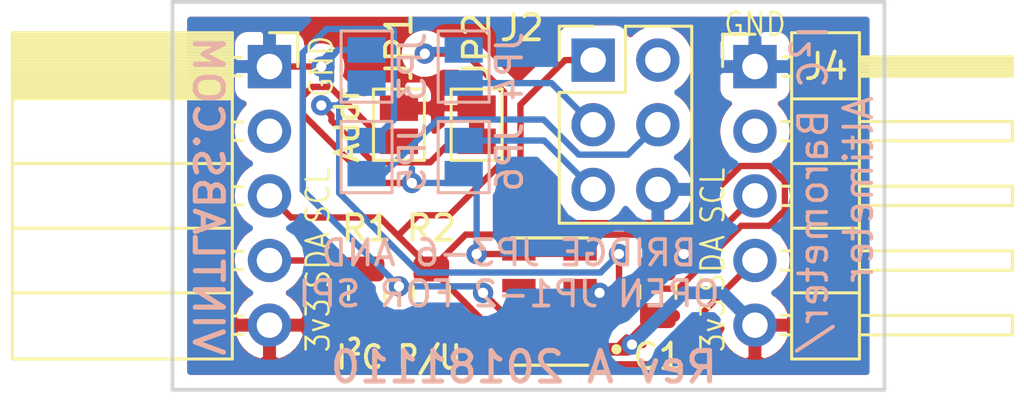
<source format=kicad_pcb>
(kicad_pcb (version 20171130) (host pcbnew 5.0.0)

  (general
    (thickness 1.6)
    (drawings 19)
    (tracks 138)
    (zones 0)
    (modules 13)
    (nets 14)
  )

  (page A4)
  (layers
    (0 F.Cu signal)
    (31 B.Cu signal)
    (32 B.Adhes user)
    (33 F.Adhes user)
    (34 B.Paste user)
    (35 F.Paste user)
    (36 B.SilkS user)
    (37 F.SilkS user)
    (38 B.Mask user)
    (39 F.Mask user)
    (40 Dwgs.User user)
    (41 Cmts.User user)
    (42 Eco1.User user)
    (43 Eco2.User user)
    (44 Edge.Cuts user)
    (45 Margin user)
    (46 B.CrtYd user)
    (47 F.CrtYd user)
    (48 B.Fab user)
    (49 F.Fab user)
  )

  (setup
    (last_trace_width 0.25)
    (user_trace_width 0.5)
    (trace_clearance 0.2)
    (zone_clearance 0.508)
    (zone_45_only no)
    (trace_min 0.2)
    (segment_width 0.2)
    (edge_width 0.15)
    (via_size 0.8)
    (via_drill 0.4)
    (via_min_size 0.4)
    (via_min_drill 0.3)
    (uvia_size 0.3)
    (uvia_drill 0.1)
    (uvias_allowed no)
    (uvia_min_size 0.2)
    (uvia_min_drill 0.1)
    (pcb_text_width 0.3)
    (pcb_text_size 1.5 1.5)
    (mod_edge_width 0.15)
    (mod_text_size 1 1)
    (mod_text_width 0.15)
    (pad_size 3.35 3.35)
    (pad_drill 0)
    (pad_to_mask_clearance 0.2)
    (aux_axis_origin 0 0)
    (visible_elements FFFFFF7F)
    (pcbplotparams
      (layerselection 0x010fc_ffffffff)
      (usegerberextensions false)
      (usegerberattributes false)
      (usegerberadvancedattributes false)
      (creategerberjobfile false)
      (excludeedgelayer true)
      (linewidth 0.100000)
      (plotframeref false)
      (viasonmask false)
      (mode 1)
      (useauxorigin false)
      (hpglpennumber 1)
      (hpglpenspeed 20)
      (hpglpendiameter 15.000000)
      (psnegative false)
      (psa4output false)
      (plotreference true)
      (plotvalue true)
      (plotinvisibletext false)
      (padsonsilk false)
      (subtractmaskfromsilk false)
      (outputformat 0)
      (mirror false)
      (drillshape 0)
      (scaleselection 1)
      (outputdirectory "pdf/"))
  )

  (net 0 "")
  (net 1 VDD)
  (net 2 SDA)
  (net 3 SCL)
  (net 4 Earth)
  (net 5 "Net-(J4-Pad2)")
  (net 6 SPI_MISO)
  (net 7 SPI_SCK)
  (net 8 SPI_MOSI)
  (net 9 SPI_CS)
  (net 10 SPI_VCC)
  (net 11 CSB)
  (net 12 PS)
  (net 13 "Net-(J1-Pad2)")

  (net_class Default "This is the default net class."
    (clearance 0.2)
    (trace_width 0.25)
    (via_dia 0.8)
    (via_drill 0.4)
    (uvia_dia 0.3)
    (uvia_drill 0.1)
    (add_net CSB)
    (add_net Earth)
    (add_net "Net-(J1-Pad2)")
    (add_net "Net-(J4-Pad2)")
    (add_net PS)
    (add_net SCL)
    (add_net SDA)
    (add_net SPI_CS)
    (add_net SPI_MISO)
    (add_net SPI_MOSI)
    (add_net SPI_SCK)
    (add_net SPI_VCC)
    (add_net VDD)
  )

  (module Connector_PinHeader_2.54mm:PinHeader_2x03_P2.54mm_Vertical (layer F.Cu) (tedit 59FED5CC) (tstamp 5BFD093B)
    (at 195.58 81.026)
    (descr "Through hole straight pin header, 2x03, 2.54mm pitch, double rows")
    (tags "Through hole pin header THT 2x03 2.54mm double row")
    (path /5BE8A142)
    (fp_text reference J2 (at -2.794 -1.27) (layer F.SilkS)
      (effects (font (size 1 1) (thickness 0.15)))
    )
    (fp_text value Conn_02x03_Odd_Even (at 1.27 7.41) (layer F.Fab)
      (effects (font (size 1 1) (thickness 0.15)))
    )
    (fp_line (start 0 -1.27) (end 3.81 -1.27) (layer F.Fab) (width 0.1))
    (fp_line (start 3.81 -1.27) (end 3.81 6.35) (layer F.Fab) (width 0.1))
    (fp_line (start 3.81 6.35) (end -1.27 6.35) (layer F.Fab) (width 0.1))
    (fp_line (start -1.27 6.35) (end -1.27 0) (layer F.Fab) (width 0.1))
    (fp_line (start -1.27 0) (end 0 -1.27) (layer F.Fab) (width 0.1))
    (fp_line (start -1.33 6.41) (end 3.87 6.41) (layer F.SilkS) (width 0.12))
    (fp_line (start -1.33 1.27) (end -1.33 6.41) (layer F.SilkS) (width 0.12))
    (fp_line (start 3.87 -1.33) (end 3.87 6.41) (layer F.SilkS) (width 0.12))
    (fp_line (start -1.33 1.27) (end 1.27 1.27) (layer F.SilkS) (width 0.12))
    (fp_line (start 1.27 1.27) (end 1.27 -1.33) (layer F.SilkS) (width 0.12))
    (fp_line (start 1.27 -1.33) (end 3.87 -1.33) (layer F.SilkS) (width 0.12))
    (fp_line (start -1.33 0) (end -1.33 -1.33) (layer F.SilkS) (width 0.12))
    (fp_line (start -1.33 -1.33) (end 0 -1.33) (layer F.SilkS) (width 0.12))
    (fp_line (start -1.8 -1.8) (end -1.8 6.85) (layer F.CrtYd) (width 0.05))
    (fp_line (start -1.8 6.85) (end 4.35 6.85) (layer F.CrtYd) (width 0.05))
    (fp_line (start 4.35 6.85) (end 4.35 -1.8) (layer F.CrtYd) (width 0.05))
    (fp_line (start 4.35 -1.8) (end -1.8 -1.8) (layer F.CrtYd) (width 0.05))
    (fp_text user %R (at 1.27 2.54 90) (layer F.Fab)
      (effects (font (size 1 1) (thickness 0.15)))
    )
    (pad 1 thru_hole rect (at 0 0) (size 1.7 1.7) (drill 1) (layers *.Cu *.Mask)
      (net 6 SPI_MISO))
    (pad 2 thru_hole oval (at 2.54 0) (size 1.7 1.7) (drill 1) (layers *.Cu *.Mask)
      (net 10 SPI_VCC))
    (pad 3 thru_hole oval (at 0 2.54) (size 1.7 1.7) (drill 1) (layers *.Cu *.Mask)
      (net 7 SPI_SCK))
    (pad 4 thru_hole oval (at 2.54 2.54) (size 1.7 1.7) (drill 1) (layers *.Cu *.Mask)
      (net 8 SPI_MOSI))
    (pad 5 thru_hole oval (at 0 5.08) (size 1.7 1.7) (drill 1) (layers *.Cu *.Mask)
      (net 9 SPI_CS))
    (pad 6 thru_hole oval (at 2.54 5.08) (size 1.7 1.7) (drill 1) (layers *.Cu *.Mask)
      (net 4 Earth))
    (model ${KISYS3DMOD}/Connector_PinHeader_2.54mm.3dshapes/PinHeader_2x03_P2.54mm_Vertical.wrl
      (at (xyz 0 0 0))
      (scale (xyz 1 1 1))
      (rotate (xyz 0 0 0))
    )
  )

  (module Jumper:SolderJumper-2_P1.3mm_Bridged_Pad1.0x1.5mm (layer F.Cu) (tedit 5BE8857E) (tstamp 5BFD00AE)
    (at 191.008 83.566 270)
    (descr "SMD Solder Jumper, 1x1.5mm Pads, 0.3mm gap, bridged with 1 copper strip")
    (tags "solder jumper open")
    (path /5BE8E140)
    (attr virtual)
    (fp_text reference JP2 (at -3.048 0 270) (layer F.SilkS)
      (effects (font (size 1 1) (thickness 0.15)))
    )
    (fp_text value Jumper_2_Bridged (at 0 1.9 270) (layer F.Fab) hide
      (effects (font (size 1 1) (thickness 0.15)))
    )
    (fp_line (start -1.4 1) (end -1.4 -1) (layer F.SilkS) (width 0.12))
    (fp_line (start 1.4 1) (end -1.4 1) (layer F.SilkS) (width 0.12))
    (fp_line (start 1.4 -1) (end 1.4 1) (layer F.SilkS) (width 0.12))
    (fp_line (start -1.4 -1) (end 1.4 -1) (layer F.SilkS) (width 0.12))
    (fp_line (start -1.65 -1.25) (end 1.65 -1.25) (layer F.CrtYd) (width 0.05))
    (fp_line (start -1.65 -1.25) (end -1.65 1.25) (layer F.CrtYd) (width 0.05))
    (fp_line (start 1.65 1.25) (end 1.65 -1.25) (layer F.CrtYd) (width 0.05))
    (fp_line (start 1.65 1.25) (end -1.65 1.25) (layer F.CrtYd) (width 0.05))
    (pad 1 smd custom (at -0.65 0 270) (size 1 1.5) (layers F.Cu F.Mask)
      (net 1 VDD)
      (options (clearance outline) (anchor rect))
      (primitives
        (gr_poly (pts
           (xy 0.4 -0.3) (xy 0.9 -0.3) (xy 0.9 0.3) (xy 0.4 0.3)) (width 0))
      ))
    (pad 2 smd rect (at 0.65 0 270) (size 1 1.5) (layers F.Cu F.Mask)
      (net 12 PS))
  )

  (module Jumper:SolderJumper-2_P1.3mm_Open_Pad1.0x1.5mm (layer B.Cu) (tedit 5BE88585) (tstamp 5BFD00A0)
    (at 190.5 84.836 90)
    (descr "SMD Solder Jumper, 1x1.5mm Pads, 0.3mm gap, open")
    (tags "solder jumper open")
    (path /5BE8A29A)
    (attr virtual)
    (fp_text reference JP6 (at 0 1.8 90) (layer B.SilkS)
      (effects (font (size 1 1) (thickness 0.15)) (justify mirror))
    )
    (fp_text value SolderJumper_2_Open (at 0 -1.9 90) (layer B.Fab) hide
      (effects (font (size 1 1) (thickness 0.15)) (justify mirror))
    )
    (fp_line (start 1.65 -1.25) (end -1.65 -1.25) (layer B.CrtYd) (width 0.05))
    (fp_line (start 1.65 -1.25) (end 1.65 1.25) (layer B.CrtYd) (width 0.05))
    (fp_line (start -1.65 1.25) (end -1.65 -1.25) (layer B.CrtYd) (width 0.05))
    (fp_line (start -1.65 1.25) (end 1.65 1.25) (layer B.CrtYd) (width 0.05))
    (fp_line (start -1.4 1) (end 1.4 1) (layer B.SilkS) (width 0.12))
    (fp_line (start 1.4 1) (end 1.4 -1) (layer B.SilkS) (width 0.12))
    (fp_line (start 1.4 -1) (end -1.4 -1) (layer B.SilkS) (width 0.12))
    (fp_line (start -1.4 -1) (end -1.4 1) (layer B.SilkS) (width 0.12))
    (pad 1 smd rect (at -0.65 0 90) (size 1 1.5) (layers B.Cu B.Mask)
      (net 11 CSB))
    (pad 2 smd rect (at 0.65 0 90) (size 1 1.5) (layers B.Cu B.Mask)
      (net 9 SPI_CS))
  )

  (module Jumper:SolderJumper-2_P1.3mm_Open_Pad1.0x1.5mm (layer B.Cu) (tedit 5BE88595) (tstamp 5BFD0092)
    (at 186.69 84.836 90)
    (descr "SMD Solder Jumper, 1x1.5mm Pads, 0.3mm gap, open")
    (tags "solder jumper open")
    (path /5BE96DA5)
    (attr virtual)
    (fp_text reference JP5 (at 0 1.8 90) (layer B.SilkS)
      (effects (font (size 1 1) (thickness 0.15)) (justify mirror))
    )
    (fp_text value SolderJumper_2_Open (at 0 -1.9 90) (layer B.Fab) hide
      (effects (font (size 1 1) (thickness 0.15)) (justify mirror))
    )
    (fp_line (start -1.4 -1) (end -1.4 1) (layer B.SilkS) (width 0.12))
    (fp_line (start 1.4 -1) (end -1.4 -1) (layer B.SilkS) (width 0.12))
    (fp_line (start 1.4 1) (end 1.4 -1) (layer B.SilkS) (width 0.12))
    (fp_line (start -1.4 1) (end 1.4 1) (layer B.SilkS) (width 0.12))
    (fp_line (start -1.65 1.25) (end 1.65 1.25) (layer B.CrtYd) (width 0.05))
    (fp_line (start -1.65 1.25) (end -1.65 -1.25) (layer B.CrtYd) (width 0.05))
    (fp_line (start 1.65 -1.25) (end 1.65 1.25) (layer B.CrtYd) (width 0.05))
    (fp_line (start 1.65 -1.25) (end -1.65 -1.25) (layer B.CrtYd) (width 0.05))
    (pad 2 smd rect (at 0.65 0 90) (size 1 1.5) (layers B.Cu B.Mask)
      (net 2 SDA))
    (pad 1 smd rect (at -0.65 0 90) (size 1 1.5) (layers B.Cu B.Mask)
      (net 8 SPI_MOSI))
  )

  (module Jumper:SolderJumper-2_P1.3mm_Open_Pad1.0x1.5mm (layer B.Cu) (tedit 5BE8858B) (tstamp 5BFD0084)
    (at 190.5 81.28 90)
    (descr "SMD Solder Jumper, 1x1.5mm Pads, 0.3mm gap, open")
    (tags "solder jumper open")
    (path /5BE8AAEA)
    (attr virtual)
    (fp_text reference JP4 (at 0 1.8 90) (layer B.SilkS)
      (effects (font (size 1 1) (thickness 0.15)) (justify mirror))
    )
    (fp_text value SolderJumper_2_Open (at 0 -1.9 90) (layer B.Fab) hide
      (effects (font (size 1 1) (thickness 0.15)) (justify mirror))
    )
    (fp_line (start 1.65 -1.25) (end -1.65 -1.25) (layer B.CrtYd) (width 0.05))
    (fp_line (start 1.65 -1.25) (end 1.65 1.25) (layer B.CrtYd) (width 0.05))
    (fp_line (start -1.65 1.25) (end -1.65 -1.25) (layer B.CrtYd) (width 0.05))
    (fp_line (start -1.65 1.25) (end 1.65 1.25) (layer B.CrtYd) (width 0.05))
    (fp_line (start -1.4 1) (end 1.4 1) (layer B.SilkS) (width 0.12))
    (fp_line (start 1.4 1) (end 1.4 -1) (layer B.SilkS) (width 0.12))
    (fp_line (start 1.4 -1) (end -1.4 -1) (layer B.SilkS) (width 0.12))
    (fp_line (start -1.4 -1) (end -1.4 1) (layer B.SilkS) (width 0.12))
    (pad 1 smd rect (at -0.65 0 90) (size 1 1.5) (layers B.Cu B.Mask)
      (net 7 SPI_SCK))
    (pad 2 smd rect (at 0.65 0 90) (size 1 1.5) (layers B.Cu B.Mask)
      (net 3 SCL))
  )

  (module Jumper:SolderJumper-2_P1.3mm_Open_Pad1.0x1.5mm (layer B.Cu) (tedit 5BE8859B) (tstamp 5BFD0076)
    (at 186.69 81.28 90)
    (descr "SMD Solder Jumper, 1x1.5mm Pads, 0.3mm gap, open")
    (tags "solder jumper open")
    (path /5BE8A6C0)
    (attr virtual)
    (fp_text reference JP3 (at 0 1.8 90) (layer B.SilkS)
      (effects (font (size 1 1) (thickness 0.15)) (justify mirror))
    )
    (fp_text value SolderJumper_2_Open (at 0 -1.9 90) (layer B.Fab) hide
      (effects (font (size 1 1) (thickness 0.15)) (justify mirror))
    )
    (fp_line (start -1.4 -1) (end -1.4 1) (layer B.SilkS) (width 0.12))
    (fp_line (start 1.4 -1) (end -1.4 -1) (layer B.SilkS) (width 0.12))
    (fp_line (start 1.4 1) (end 1.4 -1) (layer B.SilkS) (width 0.12))
    (fp_line (start -1.4 1) (end 1.4 1) (layer B.SilkS) (width 0.12))
    (fp_line (start -1.65 1.25) (end 1.65 1.25) (layer B.CrtYd) (width 0.05))
    (fp_line (start -1.65 1.25) (end -1.65 -1.25) (layer B.CrtYd) (width 0.05))
    (fp_line (start 1.65 -1.25) (end 1.65 1.25) (layer B.CrtYd) (width 0.05))
    (fp_line (start 1.65 -1.25) (end -1.65 -1.25) (layer B.CrtYd) (width 0.05))
    (pad 2 smd rect (at 0.65 0 90) (size 1 1.5) (layers B.Cu B.Mask)
      (net 4 Earth))
    (pad 1 smd rect (at -0.65 0 90) (size 1 1.5) (layers B.Cu B.Mask)
      (net 12 PS))
  )

  (module Jumper:SolderJumper-2_P1.3mm_Open_Pad1.0x1.5mm (layer F.Cu) (tedit 5BE88590) (tstamp 5BFCFB88)
    (at 187.96 83.566 270)
    (descr "SMD Solder Jumper, 1x1.5mm Pads, 0.3mm gap, open")
    (tags "solder jumper open")
    (path /5BE80E1C)
    (attr virtual)
    (fp_text reference JP1 (at -3.048 0 270) (layer F.SilkS)
      (effects (font (size 1 1) (thickness 0.15)))
    )
    (fp_text value SolderJumper_2_Open (at 0 1.9 270) (layer F.Fab) hide
      (effects (font (size 1 1) (thickness 0.15)))
    )
    (fp_line (start -1.4 1) (end -1.4 -1) (layer F.SilkS) (width 0.12))
    (fp_line (start 1.4 1) (end -1.4 1) (layer F.SilkS) (width 0.12))
    (fp_line (start 1.4 -1) (end 1.4 1) (layer F.SilkS) (width 0.12))
    (fp_line (start -1.4 -1) (end 1.4 -1) (layer F.SilkS) (width 0.12))
    (fp_line (start -1.65 -1.25) (end 1.65 -1.25) (layer F.CrtYd) (width 0.05))
    (fp_line (start -1.65 -1.25) (end -1.65 1.25) (layer F.CrtYd) (width 0.05))
    (fp_line (start 1.65 1.25) (end 1.65 -1.25) (layer F.CrtYd) (width 0.05))
    (fp_line (start 1.65 1.25) (end -1.65 1.25) (layer F.CrtYd) (width 0.05))
    (pad 2 smd rect (at 0.65 0 270) (size 1 1.5) (layers F.Cu F.Mask)
      (net 11 CSB))
    (pad 1 smd rect (at -0.65 0 270) (size 1 1.5) (layers F.Cu F.Mask)
      (net 1 VDD))
  )

  (module MS560702BA03-50:SON125P300X500X100-8N (layer F.Cu) (tedit 5BE76151) (tstamp 5BFCF57D)
    (at 193.867296 90.513545 180)
    (path /5BE77E22)
    (attr smd)
    (fp_text reference U1 (at -0.406828 -3.33089 180) (layer F.SilkS) hide
      (effects (font (size 0.64067 0.64067) (thickness 0.05)))
    )
    (fp_text value MS560702BA03-50 (at -0.099145 3.35642 180) (layer Cmts.User)
      (effects (font (size 0.640921 0.640921) (thickness 0.05)))
    )
    (fp_line (start -1.5 -2.5) (end -1.5 2.5) (layer Dwgs.User) (width 0.127))
    (fp_line (start -1.5 2.5) (end 1.5 2.5) (layer Dwgs.User) (width 0.127))
    (fp_line (start 1.5 2.5) (end 1.5 -2.5) (layer Dwgs.User) (width 0.127))
    (fp_line (start 1.5 -2.5) (end -1.5 -2.5) (layer Dwgs.User) (width 0.127))
    (fp_line (start -1.5 -2.5) (end 1.5 -2.5) (layer F.SilkS) (width 0.127))
    (fp_line (start -1.5 2.5) (end 1.5 2.5) (layer F.SilkS) (width 0.127))
    (fp_line (start -2.11 -2.78) (end -2.11 2.78) (layer Eco1.User) (width 0.05))
    (fp_line (start -2.11 2.78) (end 2.11 2.78) (layer Eco1.User) (width 0.05))
    (fp_line (start 2.11 2.78) (end 2.11 -2.78) (layer Eco1.User) (width 0.05))
    (fp_line (start 2.11 -2.78) (end -2.11 -2.78) (layer Eco1.User) (width 0.05))
    (fp_circle (center -2.627 -1.873) (end -2.527 -1.873) (layer F.SilkS) (width 0.2))
    (fp_poly (pts (xy -1.87813 -1.4375) (xy 1.875 -1.4375) (xy 1.875 -1.06427) (xy -1.87813 -1.06427)) (layer Dwgs.User) (width 0))
    (fp_poly (pts (xy -1.87716 -1.4375) (xy 1.875 -1.4375) (xy 1.875 -1.06372) (xy -1.87716 -1.06372)) (layer Dwgs.User) (width 0))
    (fp_poly (pts (xy -1.87675 -1.4375) (xy 1.875 -1.4375) (xy 1.875 -1.06349) (xy -1.87675 -1.06349)) (layer Dwgs.User) (width 0))
    (fp_poly (pts (xy -1.87674 -0.1875) (xy 1.875 -0.1875) (xy 1.875 0.187674) (xy -1.87674 0.187674)) (layer Dwgs.User) (width 0))
    (fp_poly (pts (xy -1.87699 -0.1875) (xy 1.875 -0.1875) (xy 1.875 0.187699) (xy -1.87699 0.187699)) (layer Dwgs.User) (width 0))
    (fp_poly (pts (xy -1.87634 -0.1875) (xy 1.875 -0.1875) (xy 1.875 0.187634) (xy -1.87634 0.187634)) (layer Dwgs.User) (width 0))
    (fp_poly (pts (xy -1.87527 1.0625) (xy 1.875 1.0625) (xy 1.875 1.43771) (xy -1.87527 1.43771)) (layer Dwgs.User) (width 0))
    (fp_poly (pts (xy -1.87678 1.0625) (xy 1.875 1.0625) (xy 1.875 1.43887) (xy -1.87678 1.43887)) (layer Dwgs.User) (width 0))
    (fp_poly (pts (xy -1.87664 1.0625) (xy 1.875 1.0625) (xy 1.875 1.43876) (xy -1.87664 1.43876)) (layer Dwgs.User) (width 0))
    (fp_poly (pts (xy -0.375447 -1.905) (xy 0.381 -1.905) (xy 0.381 1.93581) (xy -0.375447 1.93581)) (layer Dwgs.User) (width 0))
    (fp_poly (pts (xy -0.375625 -1.905) (xy 0.381 -1.905) (xy 0.381 1.93672) (xy -0.375625 1.93672)) (layer Dwgs.User) (width 0))
    (fp_poly (pts (xy -0.375148 -1.905) (xy 0.381 -1.905) (xy 0.381 1.93426) (xy -0.375148 1.93426)) (layer Dwgs.User) (width 0))
    (fp_circle (center -1.127 -1.873) (end -1.027 -1.873) (layer Dwgs.User) (width 0.2))
    (pad 1 smd rect (at -1.2 -1.875 180) (size 1.31 0.53) (layers F.Cu F.Paste F.Mask)
      (net 1 VDD))
    (pad 8 smd rect (at 1.2 -1.875 180) (size 1.31 0.53) (layers F.Cu F.Paste F.Mask)
      (net 3 SCL))
    (pad 2 smd rect (at -1.2 -0.625 180) (size 1.31 0.53) (layers F.Cu F.Paste F.Mask)
      (net 12 PS))
    (pad 3 smd rect (at -1.2 0.625 180) (size 1.31 0.53) (layers F.Cu F.Paste F.Mask)
      (net 4 Earth))
    (pad 4 smd rect (at -1.2 1.875 180) (size 1.31 0.53) (layers F.Cu F.Paste F.Mask)
      (net 11 CSB))
    (pad 5 smd rect (at 1.2 1.875 180) (size 1.31 0.53) (layers F.Cu F.Paste F.Mask)
      (net 11 CSB))
    (pad 6 smd rect (at 1.2 0.625 180) (size 1.31 0.53) (layers F.Cu F.Paste F.Mask)
      (net 6 SPI_MISO))
    (pad 7 smd rect (at 1.2 -0.625 180) (size 1.31 0.53) (layers F.Cu F.Paste F.Mask)
      (net 2 SDA))
  )

  (module Connector_PinHeader_2.54mm:PinHeader_1x05_P2.54mm_Horizontal (layer F.Cu) (tedit 59FED5CB) (tstamp 5BC93276)
    (at 201.93 81.28)
    (descr "Through hole angled pin header, 1x05, 2.54mm pitch, 6mm pin length, single row")
    (tags "Through hole angled pin header THT 1x05 2.54mm single row")
    (path /5BC4960F)
    (fp_text reference J4 (at 2.794 0) (layer F.SilkS)
      (effects (font (size 1 1) (thickness 0.15)))
    )
    (fp_text value Conn_01x05 (at 4.385 12.43) (layer F.Fab)
      (effects (font (size 1 1) (thickness 0.15)))
    )
    (fp_text user %R (at 2.77 5.08 90) (layer F.Fab)
      (effects (font (size 1 1) (thickness 0.15)))
    )
    (fp_line (start 10.55 -1.8) (end -1.8 -1.8) (layer F.CrtYd) (width 0.05))
    (fp_line (start 10.55 11.95) (end 10.55 -1.8) (layer F.CrtYd) (width 0.05))
    (fp_line (start -1.8 11.95) (end 10.55 11.95) (layer F.CrtYd) (width 0.05))
    (fp_line (start -1.8 -1.8) (end -1.8 11.95) (layer F.CrtYd) (width 0.05))
    (fp_line (start -1.27 -1.27) (end 0 -1.27) (layer F.SilkS) (width 0.12))
    (fp_line (start -1.27 0) (end -1.27 -1.27) (layer F.SilkS) (width 0.12))
    (fp_line (start 1.042929 10.54) (end 1.44 10.54) (layer F.SilkS) (width 0.12))
    (fp_line (start 1.042929 9.78) (end 1.44 9.78) (layer F.SilkS) (width 0.12))
    (fp_line (start 10.1 10.54) (end 4.1 10.54) (layer F.SilkS) (width 0.12))
    (fp_line (start 10.1 9.78) (end 10.1 10.54) (layer F.SilkS) (width 0.12))
    (fp_line (start 4.1 9.78) (end 10.1 9.78) (layer F.SilkS) (width 0.12))
    (fp_line (start 1.44 8.89) (end 4.1 8.89) (layer F.SilkS) (width 0.12))
    (fp_line (start 1.042929 8) (end 1.44 8) (layer F.SilkS) (width 0.12))
    (fp_line (start 1.042929 7.24) (end 1.44 7.24) (layer F.SilkS) (width 0.12))
    (fp_line (start 10.1 8) (end 4.1 8) (layer F.SilkS) (width 0.12))
    (fp_line (start 10.1 7.24) (end 10.1 8) (layer F.SilkS) (width 0.12))
    (fp_line (start 4.1 7.24) (end 10.1 7.24) (layer F.SilkS) (width 0.12))
    (fp_line (start 1.44 6.35) (end 4.1 6.35) (layer F.SilkS) (width 0.12))
    (fp_line (start 1.042929 5.46) (end 1.44 5.46) (layer F.SilkS) (width 0.12))
    (fp_line (start 1.042929 4.7) (end 1.44 4.7) (layer F.SilkS) (width 0.12))
    (fp_line (start 10.1 5.46) (end 4.1 5.46) (layer F.SilkS) (width 0.12))
    (fp_line (start 10.1 4.7) (end 10.1 5.46) (layer F.SilkS) (width 0.12))
    (fp_line (start 4.1 4.7) (end 10.1 4.7) (layer F.SilkS) (width 0.12))
    (fp_line (start 1.44 3.81) (end 4.1 3.81) (layer F.SilkS) (width 0.12))
    (fp_line (start 1.042929 2.92) (end 1.44 2.92) (layer F.SilkS) (width 0.12))
    (fp_line (start 1.042929 2.16) (end 1.44 2.16) (layer F.SilkS) (width 0.12))
    (fp_line (start 10.1 2.92) (end 4.1 2.92) (layer F.SilkS) (width 0.12))
    (fp_line (start 10.1 2.16) (end 10.1 2.92) (layer F.SilkS) (width 0.12))
    (fp_line (start 4.1 2.16) (end 10.1 2.16) (layer F.SilkS) (width 0.12))
    (fp_line (start 1.44 1.27) (end 4.1 1.27) (layer F.SilkS) (width 0.12))
    (fp_line (start 1.11 0.38) (end 1.44 0.38) (layer F.SilkS) (width 0.12))
    (fp_line (start 1.11 -0.38) (end 1.44 -0.38) (layer F.SilkS) (width 0.12))
    (fp_line (start 4.1 0.28) (end 10.1 0.28) (layer F.SilkS) (width 0.12))
    (fp_line (start 4.1 0.16) (end 10.1 0.16) (layer F.SilkS) (width 0.12))
    (fp_line (start 4.1 0.04) (end 10.1 0.04) (layer F.SilkS) (width 0.12))
    (fp_line (start 4.1 -0.08) (end 10.1 -0.08) (layer F.SilkS) (width 0.12))
    (fp_line (start 4.1 -0.2) (end 10.1 -0.2) (layer F.SilkS) (width 0.12))
    (fp_line (start 4.1 -0.32) (end 10.1 -0.32) (layer F.SilkS) (width 0.12))
    (fp_line (start 10.1 0.38) (end 4.1 0.38) (layer F.SilkS) (width 0.12))
    (fp_line (start 10.1 -0.38) (end 10.1 0.38) (layer F.SilkS) (width 0.12))
    (fp_line (start 4.1 -0.38) (end 10.1 -0.38) (layer F.SilkS) (width 0.12))
    (fp_line (start 4.1 -1.33) (end 1.44 -1.33) (layer F.SilkS) (width 0.12))
    (fp_line (start 4.1 11.49) (end 4.1 -1.33) (layer F.SilkS) (width 0.12))
    (fp_line (start 1.44 11.49) (end 4.1 11.49) (layer F.SilkS) (width 0.12))
    (fp_line (start 1.44 -1.33) (end 1.44 11.49) (layer F.SilkS) (width 0.12))
    (fp_line (start 4.04 10.48) (end 10.04 10.48) (layer F.Fab) (width 0.1))
    (fp_line (start 10.04 9.84) (end 10.04 10.48) (layer F.Fab) (width 0.1))
    (fp_line (start 4.04 9.84) (end 10.04 9.84) (layer F.Fab) (width 0.1))
    (fp_line (start -0.32 10.48) (end 1.5 10.48) (layer F.Fab) (width 0.1))
    (fp_line (start -0.32 9.84) (end -0.32 10.48) (layer F.Fab) (width 0.1))
    (fp_line (start -0.32 9.84) (end 1.5 9.84) (layer F.Fab) (width 0.1))
    (fp_line (start 4.04 7.94) (end 10.04 7.94) (layer F.Fab) (width 0.1))
    (fp_line (start 10.04 7.3) (end 10.04 7.94) (layer F.Fab) (width 0.1))
    (fp_line (start 4.04 7.3) (end 10.04 7.3) (layer F.Fab) (width 0.1))
    (fp_line (start -0.32 7.94) (end 1.5 7.94) (layer F.Fab) (width 0.1))
    (fp_line (start -0.32 7.3) (end -0.32 7.94) (layer F.Fab) (width 0.1))
    (fp_line (start -0.32 7.3) (end 1.5 7.3) (layer F.Fab) (width 0.1))
    (fp_line (start 4.04 5.4) (end 10.04 5.4) (layer F.Fab) (width 0.1))
    (fp_line (start 10.04 4.76) (end 10.04 5.4) (layer F.Fab) (width 0.1))
    (fp_line (start 4.04 4.76) (end 10.04 4.76) (layer F.Fab) (width 0.1))
    (fp_line (start -0.32 5.4) (end 1.5 5.4) (layer F.Fab) (width 0.1))
    (fp_line (start -0.32 4.76) (end -0.32 5.4) (layer F.Fab) (width 0.1))
    (fp_line (start -0.32 4.76) (end 1.5 4.76) (layer F.Fab) (width 0.1))
    (fp_line (start 4.04 2.86) (end 10.04 2.86) (layer F.Fab) (width 0.1))
    (fp_line (start 10.04 2.22) (end 10.04 2.86) (layer F.Fab) (width 0.1))
    (fp_line (start 4.04 2.22) (end 10.04 2.22) (layer F.Fab) (width 0.1))
    (fp_line (start -0.32 2.86) (end 1.5 2.86) (layer F.Fab) (width 0.1))
    (fp_line (start -0.32 2.22) (end -0.32 2.86) (layer F.Fab) (width 0.1))
    (fp_line (start -0.32 2.22) (end 1.5 2.22) (layer F.Fab) (width 0.1))
    (fp_line (start 4.04 0.32) (end 10.04 0.32) (layer F.Fab) (width 0.1))
    (fp_line (start 10.04 -0.32) (end 10.04 0.32) (layer F.Fab) (width 0.1))
    (fp_line (start 4.04 -0.32) (end 10.04 -0.32) (layer F.Fab) (width 0.1))
    (fp_line (start -0.32 0.32) (end 1.5 0.32) (layer F.Fab) (width 0.1))
    (fp_line (start -0.32 -0.32) (end -0.32 0.32) (layer F.Fab) (width 0.1))
    (fp_line (start -0.32 -0.32) (end 1.5 -0.32) (layer F.Fab) (width 0.1))
    (fp_line (start 1.5 -0.635) (end 2.135 -1.27) (layer F.Fab) (width 0.1))
    (fp_line (start 1.5 11.43) (end 1.5 -0.635) (layer F.Fab) (width 0.1))
    (fp_line (start 4.04 11.43) (end 1.5 11.43) (layer F.Fab) (width 0.1))
    (fp_line (start 4.04 -1.27) (end 4.04 11.43) (layer F.Fab) (width 0.1))
    (fp_line (start 2.135 -1.27) (end 4.04 -1.27) (layer F.Fab) (width 0.1))
    (pad 5 thru_hole oval (at 0 10.16) (size 1.7 1.7) (drill 1) (layers *.Cu *.Mask)
      (net 1 VDD))
    (pad 4 thru_hole oval (at 0 7.62) (size 1.7 1.7) (drill 1) (layers *.Cu *.Mask)
      (net 2 SDA))
    (pad 3 thru_hole oval (at 0 5.08) (size 1.7 1.7) (drill 1) (layers *.Cu *.Mask)
      (net 3 SCL))
    (pad 2 thru_hole oval (at 0 2.54) (size 1.7 1.7) (drill 1) (layers *.Cu *.Mask)
      (net 5 "Net-(J4-Pad2)"))
    (pad 1 thru_hole rect (at 0 0) (size 1.7 1.7) (drill 1) (layers *.Cu *.Mask)
      (net 4 Earth))
    (model ${KISYS3DMOD}/Connector_PinHeader_2.54mm.3dshapes/PinHeader_1x05_P2.54mm_Horizontal.wrl
      (at (xyz 0 0 0))
      (scale (xyz 1 1 1))
      (rotate (xyz 0 0 0))
    )
  )

  (module Connector_PinSocket_2.54mm:PinSocket_1x05_P2.54mm_Horizontal (layer F.Cu) (tedit 5A19A431) (tstamp 5BC9322C)
    (at 182.88 81.28)
    (descr "Through hole angled socket strip, 1x05, 2.54mm pitch, 8.51mm socket length, single row (from Kicad 4.0.7), script generated")
    (tags "Through hole angled socket strip THT 1x05 2.54mm single row")
    (path /5BC0CED6)
    (fp_text reference J1 (at -2.286 0) (layer F.SilkS)
      (effects (font (size 1 1) (thickness 0.15)))
    )
    (fp_text value Conn_01x05 (at -4.38 12.93) (layer F.Fab)
      (effects (font (size 1 1) (thickness 0.15)))
    )
    (fp_text user %R (at -5.775 5.08 90) (layer F.Fab)
      (effects (font (size 1 1) (thickness 0.15)))
    )
    (fp_line (start 1.75 11.95) (end 1.75 -1.75) (layer F.CrtYd) (width 0.05))
    (fp_line (start -10.55 11.95) (end 1.75 11.95) (layer F.CrtYd) (width 0.05))
    (fp_line (start -10.55 -1.75) (end -10.55 11.95) (layer F.CrtYd) (width 0.05))
    (fp_line (start 1.75 -1.75) (end -10.55 -1.75) (layer F.CrtYd) (width 0.05))
    (fp_line (start 0 -1.33) (end 1.11 -1.33) (layer F.SilkS) (width 0.12))
    (fp_line (start 1.11 -1.33) (end 1.11 0) (layer F.SilkS) (width 0.12))
    (fp_line (start -10.09 -1.33) (end -10.09 11.49) (layer F.SilkS) (width 0.12))
    (fp_line (start -10.09 11.49) (end -1.46 11.49) (layer F.SilkS) (width 0.12))
    (fp_line (start -1.46 -1.33) (end -1.46 11.49) (layer F.SilkS) (width 0.12))
    (fp_line (start -10.09 -1.33) (end -1.46 -1.33) (layer F.SilkS) (width 0.12))
    (fp_line (start -10.09 8.89) (end -1.46 8.89) (layer F.SilkS) (width 0.12))
    (fp_line (start -10.09 6.35) (end -1.46 6.35) (layer F.SilkS) (width 0.12))
    (fp_line (start -10.09 3.81) (end -1.46 3.81) (layer F.SilkS) (width 0.12))
    (fp_line (start -10.09 1.27) (end -1.46 1.27) (layer F.SilkS) (width 0.12))
    (fp_line (start -1.46 10.52) (end -1.05 10.52) (layer F.SilkS) (width 0.12))
    (fp_line (start -1.46 9.8) (end -1.05 9.8) (layer F.SilkS) (width 0.12))
    (fp_line (start -1.46 7.98) (end -1.05 7.98) (layer F.SilkS) (width 0.12))
    (fp_line (start -1.46 7.26) (end -1.05 7.26) (layer F.SilkS) (width 0.12))
    (fp_line (start -1.46 5.44) (end -1.05 5.44) (layer F.SilkS) (width 0.12))
    (fp_line (start -1.46 4.72) (end -1.05 4.72) (layer F.SilkS) (width 0.12))
    (fp_line (start -1.46 2.9) (end -1.05 2.9) (layer F.SilkS) (width 0.12))
    (fp_line (start -1.46 2.18) (end -1.05 2.18) (layer F.SilkS) (width 0.12))
    (fp_line (start -1.46 0.36) (end -1.11 0.36) (layer F.SilkS) (width 0.12))
    (fp_line (start -1.46 -0.36) (end -1.11 -0.36) (layer F.SilkS) (width 0.12))
    (fp_line (start -10.09 1.1519) (end -1.46 1.1519) (layer F.SilkS) (width 0.12))
    (fp_line (start -10.09 1.033805) (end -1.46 1.033805) (layer F.SilkS) (width 0.12))
    (fp_line (start -10.09 0.91571) (end -1.46 0.91571) (layer F.SilkS) (width 0.12))
    (fp_line (start -10.09 0.797615) (end -1.46 0.797615) (layer F.SilkS) (width 0.12))
    (fp_line (start -10.09 0.67952) (end -1.46 0.67952) (layer F.SilkS) (width 0.12))
    (fp_line (start -10.09 0.561425) (end -1.46 0.561425) (layer F.SilkS) (width 0.12))
    (fp_line (start -10.09 0.44333) (end -1.46 0.44333) (layer F.SilkS) (width 0.12))
    (fp_line (start -10.09 0.325235) (end -1.46 0.325235) (layer F.SilkS) (width 0.12))
    (fp_line (start -10.09 0.20714) (end -1.46 0.20714) (layer F.SilkS) (width 0.12))
    (fp_line (start -10.09 0.089045) (end -1.46 0.089045) (layer F.SilkS) (width 0.12))
    (fp_line (start -10.09 -0.02905) (end -1.46 -0.02905) (layer F.SilkS) (width 0.12))
    (fp_line (start -10.09 -0.147145) (end -1.46 -0.147145) (layer F.SilkS) (width 0.12))
    (fp_line (start -10.09 -0.26524) (end -1.46 -0.26524) (layer F.SilkS) (width 0.12))
    (fp_line (start -10.09 -0.383335) (end -1.46 -0.383335) (layer F.SilkS) (width 0.12))
    (fp_line (start -10.09 -0.50143) (end -1.46 -0.50143) (layer F.SilkS) (width 0.12))
    (fp_line (start -10.09 -0.619525) (end -1.46 -0.619525) (layer F.SilkS) (width 0.12))
    (fp_line (start -10.09 -0.73762) (end -1.46 -0.73762) (layer F.SilkS) (width 0.12))
    (fp_line (start -10.09 -0.855715) (end -1.46 -0.855715) (layer F.SilkS) (width 0.12))
    (fp_line (start -10.09 -0.97381) (end -1.46 -0.97381) (layer F.SilkS) (width 0.12))
    (fp_line (start -10.09 -1.091905) (end -1.46 -1.091905) (layer F.SilkS) (width 0.12))
    (fp_line (start -10.09 -1.21) (end -1.46 -1.21) (layer F.SilkS) (width 0.12))
    (fp_line (start 0 10.46) (end 0 9.86) (layer F.Fab) (width 0.1))
    (fp_line (start -1.52 10.46) (end 0 10.46) (layer F.Fab) (width 0.1))
    (fp_line (start 0 9.86) (end -1.52 9.86) (layer F.Fab) (width 0.1))
    (fp_line (start 0 7.92) (end 0 7.32) (layer F.Fab) (width 0.1))
    (fp_line (start -1.52 7.92) (end 0 7.92) (layer F.Fab) (width 0.1))
    (fp_line (start 0 7.32) (end -1.52 7.32) (layer F.Fab) (width 0.1))
    (fp_line (start 0 5.38) (end 0 4.78) (layer F.Fab) (width 0.1))
    (fp_line (start -1.52 5.38) (end 0 5.38) (layer F.Fab) (width 0.1))
    (fp_line (start 0 4.78) (end -1.52 4.78) (layer F.Fab) (width 0.1))
    (fp_line (start 0 2.84) (end 0 2.24) (layer F.Fab) (width 0.1))
    (fp_line (start -1.52 2.84) (end 0 2.84) (layer F.Fab) (width 0.1))
    (fp_line (start 0 2.24) (end -1.52 2.24) (layer F.Fab) (width 0.1))
    (fp_line (start 0 0.3) (end 0 -0.3) (layer F.Fab) (width 0.1))
    (fp_line (start -1.52 0.3) (end 0 0.3) (layer F.Fab) (width 0.1))
    (fp_line (start 0 -0.3) (end -1.52 -0.3) (layer F.Fab) (width 0.1))
    (fp_line (start -10.03 11.43) (end -10.03 -1.27) (layer F.Fab) (width 0.1))
    (fp_line (start -1.52 11.43) (end -10.03 11.43) (layer F.Fab) (width 0.1))
    (fp_line (start -1.52 -0.3) (end -1.52 11.43) (layer F.Fab) (width 0.1))
    (fp_line (start -2.49 -1.27) (end -1.52 -0.3) (layer F.Fab) (width 0.1))
    (fp_line (start -10.03 -1.27) (end -2.49 -1.27) (layer F.Fab) (width 0.1))
    (pad 5 thru_hole oval (at 0 10.16) (size 1.7 1.7) (drill 1) (layers *.Cu *.Mask)
      (net 1 VDD))
    (pad 4 thru_hole oval (at 0 7.62) (size 1.7 1.7) (drill 1) (layers *.Cu *.Mask)
      (net 2 SDA))
    (pad 3 thru_hole oval (at 0 5.08) (size 1.7 1.7) (drill 1) (layers *.Cu *.Mask)
      (net 3 SCL))
    (pad 2 thru_hole oval (at 0 2.54) (size 1.7 1.7) (drill 1) (layers *.Cu *.Mask)
      (net 13 "Net-(J1-Pad2)"))
    (pad 1 thru_hole rect (at 0 0) (size 1.7 1.7) (drill 1) (layers *.Cu *.Mask)
      (net 4 Earth))
    (model ${KISYS3DMOD}/Connector_PinSocket_2.54mm.3dshapes/PinSocket_1x05_P2.54mm_Horizontal.wrl
      (at (xyz 0 0 0))
      (scale (xyz 1 1 1))
      (rotate (xyz 0 0 0))
    )
  )

  (module Capacitor_SMD:C_0805_2012Metric (layer F.Cu) (tedit 5BBFEB2D) (tstamp 5BCB1204)
    (at 198.12 90.132545 90)
    (descr "Capacitor SMD 0805 (2012 Metric), square (rectangular) end terminal, IPC_7351 nominal, (Body size source: https://docs.google.com/spreadsheets/d/1BsfQQcO9C6DZCsRaXUlFlo91Tg2WpOkGARC1WS5S8t0/edit?usp=sharing), generated with kicad-footprint-generator")
    (tags capacitor)
    (path /5BBF23E1)
    (attr smd)
    (fp_text reference C1 (at -2.54 0 180) (layer F.SilkS)
      (effects (font (size 1 1) (thickness 0.15)))
    )
    (fp_text value 0.1uF (at 0 1.65 90) (layer F.Fab) hide
      (effects (font (size 1 1) (thickness 0.15)))
    )
    (fp_line (start -1 0.6) (end -1 -0.6) (layer F.Fab) (width 0.1))
    (fp_line (start -1 -0.6) (end 1 -0.6) (layer F.Fab) (width 0.1))
    (fp_line (start 1 -0.6) (end 1 0.6) (layer F.Fab) (width 0.1))
    (fp_line (start 1 0.6) (end -1 0.6) (layer F.Fab) (width 0.1))
    (fp_line (start -0.258578 -0.71) (end 0.258578 -0.71) (layer F.SilkS) (width 0.12))
    (fp_line (start -0.258578 0.71) (end 0.258578 0.71) (layer F.SilkS) (width 0.12))
    (fp_line (start -1.68 0.95) (end -1.68 -0.95) (layer F.CrtYd) (width 0.05))
    (fp_line (start -1.68 -0.95) (end 1.68 -0.95) (layer F.CrtYd) (width 0.05))
    (fp_line (start 1.68 -0.95) (end 1.68 0.95) (layer F.CrtYd) (width 0.05))
    (fp_line (start 1.68 0.95) (end -1.68 0.95) (layer F.CrtYd) (width 0.05))
    (fp_text user %R (at 0 0 90) (layer F.Fab)
      (effects (font (size 0.5 0.5) (thickness 0.08)))
    )
    (pad 1 smd roundrect (at -0.9375 0 90) (size 0.975 1.4) (layers F.Cu F.Paste F.Mask) (roundrect_rratio 0.25)
      (net 1 VDD))
    (pad 2 smd roundrect (at 0.9375 0 90) (size 0.975 1.4) (layers F.Cu F.Paste F.Mask) (roundrect_rratio 0.25)
      (net 4 Earth))
    (model ${KISYS3DMOD}/Capacitor_SMD.3dshapes/C_0805_2012Metric.wrl
      (at (xyz 0 0 0))
      (scale (xyz 1 1 1))
      (rotate (xyz 0 0 0))
    )
  )

  (module Resistor_SMD:R_0805_2012Metric (layer F.Cu) (tedit 5BBFE981) (tstamp 5BCB1101)
    (at 189.23 90.17 90)
    (descr "Resistor SMD 0805 (2012 Metric), square (rectangular) end terminal, IPC_7351 nominal, (Body size source: https://docs.google.com/spreadsheets/d/1BsfQQcO9C6DZCsRaXUlFlo91Tg2WpOkGARC1WS5S8t0/edit?usp=sharing), generated with kicad-footprint-generator")
    (tags resistor)
    (path /5BC16F9A)
    (attr smd)
    (fp_text reference R2 (at 2.54 0 180) (layer F.SilkS)
      (effects (font (size 1 1) (thickness 0.15)))
    )
    (fp_text value 10k (at 0 1.65 90) (layer F.Fab) hide
      (effects (font (size 1 1) (thickness 0.15)))
    )
    (fp_text user %R (at 0 0 90) (layer F.Fab)
      (effects (font (size 0.5 0.5) (thickness 0.08)))
    )
    (fp_line (start 1.68 0.95) (end -1.68 0.95) (layer F.CrtYd) (width 0.05))
    (fp_line (start 1.68 -0.95) (end 1.68 0.95) (layer F.CrtYd) (width 0.05))
    (fp_line (start -1.68 -0.95) (end 1.68 -0.95) (layer F.CrtYd) (width 0.05))
    (fp_line (start -1.68 0.95) (end -1.68 -0.95) (layer F.CrtYd) (width 0.05))
    (fp_line (start -0.258578 0.71) (end 0.258578 0.71) (layer F.SilkS) (width 0.12))
    (fp_line (start -0.258578 -0.71) (end 0.258578 -0.71) (layer F.SilkS) (width 0.12))
    (fp_line (start 1 0.6) (end -1 0.6) (layer F.Fab) (width 0.1))
    (fp_line (start 1 -0.6) (end 1 0.6) (layer F.Fab) (width 0.1))
    (fp_line (start -1 -0.6) (end 1 -0.6) (layer F.Fab) (width 0.1))
    (fp_line (start -1 0.6) (end -1 -0.6) (layer F.Fab) (width 0.1))
    (pad 2 smd roundrect (at 0.9375 0 90) (size 0.975 1.4) (layers F.Cu F.Paste F.Mask) (roundrect_rratio 0.25)
      (net 3 SCL))
    (pad 1 smd roundrect (at -0.9375 0 90) (size 0.975 1.4) (layers F.Cu F.Paste F.Mask) (roundrect_rratio 0.25)
      (net 1 VDD))
    (model ${KISYS3DMOD}/Resistor_SMD.3dshapes/R_0805_2012Metric.wrl
      (at (xyz 0 0 0))
      (scale (xyz 1 1 1))
      (rotate (xyz 0 0 0))
    )
  )

  (module Resistor_SMD:R_0805_2012Metric (layer F.Cu) (tedit 5BBFE989) (tstamp 5BCB10F0)
    (at 186.69 90.17 90)
    (descr "Resistor SMD 0805 (2012 Metric), square (rectangular) end terminal, IPC_7351 nominal, (Body size source: https://docs.google.com/spreadsheets/d/1BsfQQcO9C6DZCsRaXUlFlo91Tg2WpOkGARC1WS5S8t0/edit?usp=sharing), generated with kicad-footprint-generator")
    (tags resistor)
    (path /5BC15F6C)
    (attr smd)
    (fp_text reference R1 (at 2.54 0 180) (layer F.SilkS)
      (effects (font (size 1 1) (thickness 0.15)))
    )
    (fp_text value 10k (at 0 1.65 90) (layer F.Fab) hide
      (effects (font (size 1 1) (thickness 0.15)))
    )
    (fp_line (start -1 0.6) (end -1 -0.6) (layer F.Fab) (width 0.1))
    (fp_line (start -1 -0.6) (end 1 -0.6) (layer F.Fab) (width 0.1))
    (fp_line (start 1 -0.6) (end 1 0.6) (layer F.Fab) (width 0.1))
    (fp_line (start 1 0.6) (end -1 0.6) (layer F.Fab) (width 0.1))
    (fp_line (start -0.258578 -0.71) (end 0.258578 -0.71) (layer F.SilkS) (width 0.12))
    (fp_line (start -0.258578 0.71) (end 0.258578 0.71) (layer F.SilkS) (width 0.12))
    (fp_line (start -1.68 0.95) (end -1.68 -0.95) (layer F.CrtYd) (width 0.05))
    (fp_line (start -1.68 -0.95) (end 1.68 -0.95) (layer F.CrtYd) (width 0.05))
    (fp_line (start 1.68 -0.95) (end 1.68 0.95) (layer F.CrtYd) (width 0.05))
    (fp_line (start 1.68 0.95) (end -1.68 0.95) (layer F.CrtYd) (width 0.05))
    (fp_text user %R (at 0 0 90) (layer F.Fab)
      (effects (font (size 0.5 0.5) (thickness 0.08)))
    )
    (pad 1 smd roundrect (at -0.9375 0 90) (size 0.975 1.4) (layers F.Cu F.Paste F.Mask) (roundrect_rratio 0.25)
      (net 1 VDD))
    (pad 2 smd roundrect (at 0.9375 0 90) (size 0.975 1.4) (layers F.Cu F.Paste F.Mask) (roundrect_rratio 0.25)
      (net 2 SDA))
    (model ${KISYS3DMOD}/Resistor_SMD.3dshapes/R_0805_2012Metric.wrl
      (at (xyz 0 0 0))
      (scale (xyz 1 1 1))
      (rotate (xyz 0 0 0))
    )
  )

  (gr_text "Rev A 20181110" (at 192.8622 93.091) (layer B.SilkS)
    (effects (font (size 1.2 1.2) (thickness 0.2)) (justify mirror))
  )
  (gr_text "BRIDGE JP3-6 AND\nOPEN JP1-2 FOR SPI" (at 192.278 89.408) (layer B.SilkS)
    (effects (font (size 1 1) (thickness 0.15)) (justify mirror))
  )
  (gr_text VINTLABS.COM (at 180.467 86.36 270) (layer B.SilkS)
    (effects (font (size 1.1 1.2) (thickness 0.2)) (justify mirror))
  )
  (gr_text GND (at 201.93 79.629) (layer F.SilkS) (tstamp 5BD16F0E)
    (effects (font (size 0.9 0.8) (thickness 0.1)))
  )
  (gr_text "SCL\n" (at 200.279 86.36 90) (layer F.SilkS) (tstamp 5BD16F0E)
    (effects (font (size 0.9 0.8) (thickness 0.1)))
  )
  (gr_text SDA (at 200.279 89.027 90) (layer F.SilkS) (tstamp 5BD16F0E)
    (effects (font (size 0.9 0.8) (thickness 0.1)))
  )
  (gr_text 3v3 (at 200.279 91.44 90) (layer F.SilkS) (tstamp 5BD16F0E)
    (effects (font (size 0.9 0.8) (thickness 0.1)))
  )
  (gr_text "I²C Barometer/\nAltimeter\n\n" (at 205.994 86.106 90) (layer B.SilkS)
    (effects (font (size 1.1 1.1) (thickness 0.15)) (justify mirror))
  )
  (gr_poly (pts (xy 195.518296 88.989545) (xy 195.518296 92.164545) (xy 192.216296 92.164545) (xy 192.216296 88.989545)) (layer F.Mask) (width 0.15))
  (gr_text GND (at 184.912 81.28 90) (layer F.SilkS)
    (effects (font (size 0.9 0.8) (thickness 0.1)))
  )
  (gr_text SCL (at 184.785 86.36 90) (layer F.SilkS)
    (effects (font (size 0.9 0.8) (thickness 0.1)))
  )
  (gr_text SDA (at 184.785 88.9 90) (layer F.SilkS)
    (effects (font (size 0.9 0.8) (thickness 0.1)))
  )
  (gr_text 3v3 (at 184.785 91.44 90) (layer F.SilkS)
    (effects (font (size 0.9 0.8) (thickness 0.1)))
  )
  (gr_text Addr (at 185.928 83.566 90) (layer F.SilkS)
    (effects (font (size 0.9 0.9) (thickness 0.15)))
  )
  (gr_text "I²C P/U" (at 187.96 92.71) (layer F.SilkS)
    (effects (font (size 0.9 0.8) (thickness 0.15)))
  )
  (gr_line (start 179.07 93.98) (end 179.07 78.74) (layer Edge.Cuts) (width 0.15))
  (gr_line (start 207.01 93.98) (end 179.07 93.98) (layer Edge.Cuts) (width 0.15))
  (gr_line (start 207.01 78.74) (end 207.01 93.98) (layer Edge.Cuts) (width 0.15))
  (gr_line (start 179.07 78.74) (end 207.01 78.74) (layer Edge.Cuts) (width 0.15))

  (segment (start 191.008 82.916) (end 187.96 82.916) (width 0.25) (layer F.Cu) (net 1))
  (via (at 197.104 92.202) (size 0.8) (drill 0.4) (layers F.Cu B.Cu) (net 1))
  (segment (start 196.917455 92.388545) (end 195.067296 92.388545) (width 0.5) (layer F.Cu) (net 1))
  (segment (start 197.104 92.202) (end 196.917455 92.388545) (width 0.5) (layer F.Cu) (net 1))
  (segment (start 197.104 92.086045) (end 198.12 91.070045) (width 0.5) (layer F.Cu) (net 1))
  (segment (start 197.104 92.202) (end 197.104 92.086045) (width 0.5) (layer F.Cu) (net 1))
  (segment (start 198.12 91.070045) (end 198.743955 91.070045) (width 0.5) (layer F.Cu) (net 1))
  (segment (start 200.66 90.17) (end 201.93 91.44) (width 0.5) (layer B.Cu) (net 1))
  (segment (start 199.644 90.17) (end 200.66 90.17) (width 0.5) (layer B.Cu) (net 1))
  (segment (start 199.136 90.17) (end 197.104 92.202) (width 0.5) (layer B.Cu) (net 1))
  (segment (start 199.644 90.17) (end 199.136 90.17) (width 0.5) (layer B.Cu) (net 1))
  (segment (start 192.667296 91.138545) (end 193.057296 91.138545) (width 0.25) (layer F.Cu) (net 2))
  (segment (start 201.080001 89.749999) (end 201.93 88.9) (width 0.25) (layer F.Cu) (net 2))
  (segment (start 197.851454 92.978546) (end 201.080001 89.749999) (width 0.25) (layer F.Cu) (net 2))
  (segment (start 194.152295 92.978546) (end 197.851454 92.978546) (width 0.25) (layer F.Cu) (net 2))
  (segment (start 186.3575 88.9) (end 186.69 89.2325) (width 0.25) (layer F.Cu) (net 2))
  (segment (start 182.88 88.9) (end 186.3575 88.9) (width 0.25) (layer F.Cu) (net 2))
  (via (at 191.262 90.17) (size 0.8) (drill 0.4) (layers F.Cu B.Cu) (net 2))
  (via (at 187.96 89.916) (size 0.8) (drill 0.4) (layers F.Cu B.Cu) (net 2))
  (segment (start 187.2765 89.2325) (end 187.96 89.916) (width 0.25) (layer F.Cu) (net 2))
  (segment (start 186.69 89.2325) (end 187.2765 89.2325) (width 0.25) (layer F.Cu) (net 2))
  (segment (start 192.230545 91.138545) (end 192.667296 91.138545) (width 0.25) (layer F.Cu) (net 2))
  (segment (start 191.262 90.17) (end 192.230545 91.138545) (width 0.25) (layer F.Cu) (net 2))
  (segment (start 191.008 89.916) (end 191.262 90.17) (width 0.25) (layer B.Cu) (net 2))
  (segment (start 187.96 89.916) (end 191.008 89.916) (width 0.25) (layer B.Cu) (net 2))
  (segment (start 194.087295 92.913546) (end 194.152295 92.978546) (width 0.25) (layer F.Cu) (net 2))
  (segment (start 194.087295 92.303542) (end 194.087295 92.913546) (width 0.25) (layer F.Cu) (net 2))
  (segment (start 192.922298 91.138545) (end 194.087295 92.303542) (width 0.25) (layer F.Cu) (net 2))
  (segment (start 192.667296 91.138545) (end 192.922298 91.138545) (width 0.25) (layer F.Cu) (net 2))
  (segment (start 186.94 84.186) (end 186.69 84.186) (width 0.25) (layer B.Cu) (net 2))
  (segment (start 187.765001 83.360999) (end 186.94 84.186) (width 0.25) (layer B.Cu) (net 2))
  (segment (start 184.186999 86.142999) (end 184.186999 80.735001) (width 0.25) (layer B.Cu) (net 2))
  (segment (start 187.765001 79.869999) (end 187.765001 83.360999) (width 0.25) (layer B.Cu) (net 2))
  (segment (start 187.96 89.916) (end 184.186999 86.142999) (width 0.25) (layer B.Cu) (net 2))
  (segment (start 184.186999 80.735001) (end 185.117001 79.804999) (width 0.25) (layer B.Cu) (net 2))
  (segment (start 185.117001 79.804999) (end 187.700001 79.804999) (width 0.25) (layer B.Cu) (net 2))
  (segment (start 187.700001 79.804999) (end 187.765001 79.869999) (width 0.25) (layer B.Cu) (net 2))
  (segment (start 189.23 89.341249) (end 189.23 89.2325) (width 0.25) (layer F.Cu) (net 3))
  (segment (start 192.667296 92.388545) (end 192.277296 92.388545) (width 0.25) (layer F.Cu) (net 3))
  (segment (start 201.080001 87.209999) (end 201.93 86.36) (width 0.25) (layer F.Cu) (net 3))
  (segment (start 190.5785 87.884) (end 200.406 87.884) (width 0.25) (layer F.Cu) (net 3))
  (segment (start 200.406 87.884) (end 201.080001 87.209999) (width 0.25) (layer F.Cu) (net 3))
  (segment (start 189.23 89.2325) (end 190.5785 87.884) (width 0.25) (layer F.Cu) (net 3))
  (segment (start 192.386045 92.388545) (end 192.667296 92.388545) (width 0.25) (layer F.Cu) (net 3))
  (segment (start 189.23 89.2325) (end 192.386045 92.388545) (width 0.25) (layer F.Cu) (net 3))
  (segment (start 182.88 86.36) (end 183.729999 87.209999) (width 0.25) (layer F.Cu) (net 3))
  (segment (start 183.729999 87.209999) (end 187.207499 87.209999) (width 0.25) (layer F.Cu) (net 3))
  (via (at 188.976 80.772) (size 0.8) (drill 0.4) (layers F.Cu B.Cu) (net 3))
  (segment (start 189.118 80.63) (end 188.976 80.772) (width 0.25) (layer B.Cu) (net 3))
  (segment (start 190.5 80.63) (end 189.118 80.63) (width 0.25) (layer B.Cu) (net 3))
  (segment (start 192.083001 84.976001) (end 189.937002 87.122) (width 0.25) (layer F.Cu) (net 3))
  (segment (start 188.976 80.772) (end 190.573636 80.772) (width 0.25) (layer F.Cu) (net 3))
  (segment (start 192.083001 82.281365) (end 192.083001 84.976001) (width 0.25) (layer F.Cu) (net 3))
  (segment (start 190.573636 80.772) (end 192.083001 82.281365) (width 0.25) (layer F.Cu) (net 3))
  (segment (start 189.937002 87.122) (end 188.722 87.122) (width 0.25) (layer F.Cu) (net 3))
  (segment (start 187.96 87.884) (end 187.96 87.9625) (width 0.25) (layer F.Cu) (net 3))
  (segment (start 188.722 87.122) (end 187.96 87.884) (width 0.25) (layer F.Cu) (net 3))
  (segment (start 187.207499 87.209999) (end 187.96 87.9625) (width 0.25) (layer F.Cu) (net 3))
  (segment (start 187.96 87.9625) (end 189.23 89.2325) (width 0.25) (layer F.Cu) (net 3))
  (via (at 199.136 88.646) (size 0.8) (drill 0.4) (layers F.Cu B.Cu) (net 4))
  (segment (start 198.669045 88.646) (end 198.12 89.195045) (width 0.25) (layer F.Cu) (net 4))
  (segment (start 199.39 88.646) (end 198.669045 88.646) (width 0.25) (layer F.Cu) (net 4))
  (via (at 195.834 90.17) (size 0.8) (drill 0.4) (layers F.Cu B.Cu) (net 4))
  (segment (start 195.552545 89.888545) (end 195.834 90.17) (width 0.25) (layer F.Cu) (net 4))
  (segment (start 195.067296 89.888545) (end 195.552545 89.888545) (width 0.25) (layer F.Cu) (net 4))
  (segment (start 183.134 81.534) (end 182.88 81.28) (width 0.25) (layer F.Cu) (net 4))
  (segment (start 185.562 80.63) (end 184.912 81.28) (width 0.25) (layer B.Cu) (net 4) (status 1000000))
  (segment (start 186.69 80.63) (end 185.562 80.63) (width 0.25) (layer B.Cu) (net 4) (status 1000000))
  (segment (start 184.912 81.28) (end 182.88 81.28) (width 0.25) (layer F.Cu) (net 4))
  (via (at 184.912 81.28) (size 0.8) (drill 0.4) (layers F.Cu B.Cu) (net 4))
  (segment (start 193.057296 89.888545) (end 192.667296 89.888545) (width 0.25) (layer F.Cu) (net 6))
  (segment (start 193.647297 90.478546) (end 193.057296 89.888545) (width 0.25) (layer F.Cu) (net 6))
  (segment (start 197.046009 90.389706) (end 197.046009 90.701242) (width 0.25) (layer F.Cu) (net 6))
  (segment (start 197.42816 90.007555) (end 197.046009 90.389706) (width 0.25) (layer F.Cu) (net 6))
  (segment (start 193.647297 91.223548) (end 193.647297 90.478546) (width 0.25) (layer F.Cu) (net 6))
  (segment (start 202.494001 87.535001) (end 201.391409 87.535001) (width 0.25) (layer F.Cu) (net 6))
  (segment (start 203.105001 86.924001) (end 202.494001 87.535001) (width 0.25) (layer F.Cu) (net 6))
  (segment (start 194.152295 91.728546) (end 193.647297 91.223548) (width 0.25) (layer F.Cu) (net 6))
  (segment (start 202.494001 85.184999) (end 203.105001 85.795999) (width 0.25) (layer F.Cu) (net 6))
  (segment (start 201.365999 85.184999) (end 202.494001 85.184999) (width 0.25) (layer F.Cu) (net 6))
  (segment (start 199.117008 87.43399) (end 201.365999 85.184999) (width 0.25) (layer F.Cu) (net 6))
  (segment (start 203.105001 85.795999) (end 203.105001 86.924001) (width 0.25) (layer F.Cu) (net 6))
  (segment (start 192.72801 87.43399) (end 199.117008 87.43399) (width 0.25) (layer F.Cu) (net 6))
  (segment (start 197.046009 90.701242) (end 196.018705 91.728546) (width 0.25) (layer F.Cu) (net 6))
  (segment (start 192.72801 82.77799) (end 192.72801 87.43399) (width 0.25) (layer F.Cu) (net 6))
  (segment (start 194.48 81.026) (end 192.72801 82.77799) (width 0.25) (layer F.Cu) (net 6))
  (segment (start 196.018705 91.728546) (end 194.152295 91.728546) (width 0.25) (layer F.Cu) (net 6))
  (segment (start 195.58 81.026) (end 194.48 81.026) (width 0.25) (layer F.Cu) (net 6))
  (segment (start 198.918855 90.007555) (end 197.42816 90.007555) (width 0.25) (layer F.Cu) (net 6))
  (segment (start 201.391409 87.535001) (end 198.918855 90.007555) (width 0.25) (layer F.Cu) (net 6))
  (segment (start 193.944 81.93) (end 195.58 83.566) (width 0.25) (layer B.Cu) (net 7))
  (segment (start 190.5 81.93) (end 193.944 81.93) (width 0.25) (layer B.Cu) (net 7))
  (segment (start 197.270001 84.415999) (end 198.12 83.566) (width 0.25) (layer B.Cu) (net 8))
  (segment (start 196.944999 84.741001) (end 197.270001 84.415999) (width 0.25) (layer B.Cu) (net 8))
  (segment (start 195.015999 84.741001) (end 196.944999 84.741001) (width 0.25) (layer B.Cu) (net 8))
  (segment (start 193.635997 83.360999) (end 195.015999 84.741001) (width 0.25) (layer B.Cu) (net 8))
  (segment (start 189.489999 83.360999) (end 193.635997 83.360999) (width 0.25) (layer B.Cu) (net 8))
  (segment (start 187.364998 85.486) (end 189.489999 83.360999) (width 0.25) (layer B.Cu) (net 8))
  (segment (start 186.69 85.486) (end 187.364998 85.486) (width 0.25) (layer B.Cu) (net 8))
  (segment (start 193.66 84.186) (end 195.58 86.106) (width 0.25) (layer B.Cu) (net 9))
  (segment (start 190.5 84.186) (end 193.66 84.186) (width 0.25) (layer B.Cu) (net 9))
  (via (at 188.468 85.852) (size 0.8) (drill 0.4) (layers F.Cu B.Cu) (net 11))
  (via (at 191.008 88.646) (size 0.8) (drill 0.4) (layers F.Cu B.Cu) (net 11))
  (segment (start 192.667296 88.638545) (end 195.067296 88.638545) (width 0.25) (layer F.Cu) (net 11))
  (segment (start 192.659841 88.646) (end 192.667296 88.638545) (width 0.25) (layer F.Cu) (net 11))
  (segment (start 191.008 88.646) (end 192.659841 88.646) (width 0.25) (layer F.Cu) (net 11))
  (segment (start 191.008 85.994) (end 190.5 85.486) (width 0.25) (layer B.Cu) (net 11))
  (segment (start 191.008 88.646) (end 191.008 85.994) (width 0.25) (layer B.Cu) (net 11))
  (segment (start 190.134 85.852) (end 190.5 85.486) (width 0.25) (layer B.Cu) (net 11))
  (segment (start 188.468 85.852) (end 190.134 85.852) (width 0.25) (layer B.Cu) (net 11))
  (segment (start 188.468 85.852) (end 188.468 85.286315) (width 0.25) (layer B.Cu) (net 11))
  (segment (start 187.397002 84.216) (end 187.96 84.216) (width 0.25) (layer F.Cu) (net 11))
  (segment (start 184.563999 82.078999) (end 185.260001 82.078999) (width 0.25) (layer F.Cu) (net 11))
  (segment (start 185.260001 82.078999) (end 187.397002 84.216) (width 0.25) (layer F.Cu) (net 11))
  (segment (start 184.186999 82.455999) (end 184.563999 82.078999) (width 0.25) (layer F.Cu) (net 11))
  (segment (start 184.186999 83.152001) (end 184.186999 82.455999) (width 0.25) (layer F.Cu) (net 11))
  (segment (start 186.886998 85.852) (end 184.186999 83.152001) (width 0.25) (layer F.Cu) (net 11))
  (segment (start 188.468 85.852) (end 186.886998 85.852) (width 0.25) (layer F.Cu) (net 11))
  (via (at 184.912 82.804) (size 0.8) (drill 0.4) (layers F.Cu B.Cu) (net 12))
  (via (at 196.596 88.646) (size 0.8) (drill 0.4) (layers F.Cu B.Cu) (net 12))
  (segment (start 196.596 89.211685) (end 196.596 88.646) (width 0.25) (layer F.Cu) (net 12))
  (segment (start 195.972296 91.138545) (end 196.596 90.514841) (width 0.25) (layer F.Cu) (net 12))
  (segment (start 196.596 90.514841) (end 196.596 89.211685) (width 0.25) (layer F.Cu) (net 12))
  (segment (start 195.067296 91.138545) (end 195.972296 91.138545) (width 0.25) (layer F.Cu) (net 12))
  (segment (start 186.44 81.93) (end 186.69 81.93) (width 0.25) (layer B.Cu) (net 12))
  (segment (start 185.614999 82.755001) (end 186.44 81.93) (width 0.25) (layer B.Cu) (net 12))
  (segment (start 188.739999 89.371001) (end 185.614999 86.246001) (width 0.25) (layer B.Cu) (net 12))
  (segment (start 195.870999 89.371001) (end 188.739999 89.371001) (width 0.25) (layer B.Cu) (net 12))
  (segment (start 185.614999 86.246001) (end 185.614999 82.755001) (width 0.25) (layer B.Cu) (net 12))
  (segment (start 196.596 88.646) (end 195.870999 89.371001) (width 0.25) (layer B.Cu) (net 12))
  (segment (start 190.008 84.216) (end 191.008 84.216) (width 0.25) (layer F.Cu) (net 12))
  (segment (start 189.182999 85.041001) (end 190.008 84.216) (width 0.25) (layer F.Cu) (net 12))
  (segment (start 186.949999 85.041001) (end 189.182999 85.041001) (width 0.25) (layer F.Cu) (net 12))
  (segment (start 185.311999 83.203999) (end 185.311999 83.403001) (width 0.25) (layer F.Cu) (net 12))
  (segment (start 185.311999 83.403001) (end 186.949999 85.041001) (width 0.25) (layer F.Cu) (net 12))
  (segment (start 184.912 82.804) (end 185.311999 83.203999) (width 0.25) (layer F.Cu) (net 12))
  (segment (start 185.566 82.804) (end 185.614999 82.755001) (width 0.25) (layer B.Cu) (net 12))
  (segment (start 184.912 82.804) (end 185.566 82.804) (width 0.25) (layer B.Cu) (net 12))

  (zone (net 4) (net_name Earth) (layer B.Cu) (tstamp 0) (hatch edge 0.508)
    (connect_pads (clearance 0.508))
    (min_thickness 0.254)
    (fill yes (arc_segments 16) (thermal_gap 0.508) (thermal_bridge_width 0.508))
    (polygon
      (pts
        (xy 206.756 93.726) (xy 206.756 78.994) (xy 179.324 78.994) (xy 179.324 93.726)
      )
    )
    (filled_polygon
      (pts
        (xy 183.994824 79.852375) (xy 183.856309 79.795) (xy 183.16575 79.795) (xy 183.007 79.95375) (xy 183.007 81.153)
        (xy 183.027 81.153) (xy 183.027 81.407) (xy 183.007 81.407) (xy 183.007 81.427) (xy 182.753 81.427)
        (xy 182.753 81.407) (xy 181.55375 81.407) (xy 181.395 81.56575) (xy 181.395 82.25631) (xy 181.491673 82.489699)
        (xy 181.670302 82.668327) (xy 181.831033 82.734904) (xy 181.809375 82.749375) (xy 181.481161 83.240582) (xy 181.365908 83.82)
        (xy 181.481161 84.399418) (xy 181.809375 84.890625) (xy 182.107761 85.09) (xy 181.809375 85.289375) (xy 181.481161 85.780582)
        (xy 181.365908 86.36) (xy 181.481161 86.939418) (xy 181.809375 87.430625) (xy 182.107761 87.63) (xy 181.809375 87.829375)
        (xy 181.481161 88.320582) (xy 181.365908 88.9) (xy 181.481161 89.479418) (xy 181.809375 89.970625) (xy 182.107761 90.17)
        (xy 181.809375 90.369375) (xy 181.481161 90.860582) (xy 181.365908 91.44) (xy 181.481161 92.019418) (xy 181.809375 92.510625)
        (xy 182.300582 92.838839) (xy 182.733744 92.925) (xy 183.026256 92.925) (xy 183.459418 92.838839) (xy 183.950625 92.510625)
        (xy 184.278839 92.019418) (xy 184.283472 91.996126) (xy 196.069 91.996126) (xy 196.069 92.407874) (xy 196.226569 92.78828)
        (xy 196.51772 93.079431) (xy 196.898126 93.237) (xy 197.309874 93.237) (xy 197.69028 93.079431) (xy 197.981431 92.78828)
        (xy 198.131431 92.426147) (xy 199.502579 91.055) (xy 200.293422 91.055) (xy 200.459462 91.22104) (xy 200.415908 91.44)
        (xy 200.531161 92.019418) (xy 200.859375 92.510625) (xy 201.350582 92.838839) (xy 201.783744 92.925) (xy 202.076256 92.925)
        (xy 202.509418 92.838839) (xy 203.000625 92.510625) (xy 203.328839 92.019418) (xy 203.444092 91.44) (xy 203.328839 90.860582)
        (xy 203.000625 90.369375) (xy 202.702239 90.17) (xy 203.000625 89.970625) (xy 203.328839 89.479418) (xy 203.444092 88.9)
        (xy 203.328839 88.320582) (xy 203.000625 87.829375) (xy 202.702239 87.63) (xy 203.000625 87.430625) (xy 203.328839 86.939418)
        (xy 203.444092 86.36) (xy 203.328839 85.780582) (xy 203.000625 85.289375) (xy 202.702239 85.09) (xy 203.000625 84.890625)
        (xy 203.328839 84.399418) (xy 203.444092 83.82) (xy 203.328839 83.240582) (xy 203.000625 82.749375) (xy 202.978967 82.734904)
        (xy 203.139698 82.668327) (xy 203.318327 82.489699) (xy 203.415 82.25631) (xy 203.415 81.56575) (xy 203.25625 81.407)
        (xy 202.057 81.407) (xy 202.057 81.427) (xy 201.803 81.427) (xy 201.803 81.407) (xy 200.60375 81.407)
        (xy 200.445 81.56575) (xy 200.445 82.25631) (xy 200.541673 82.489699) (xy 200.720302 82.668327) (xy 200.881033 82.734904)
        (xy 200.859375 82.749375) (xy 200.531161 83.240582) (xy 200.415908 83.82) (xy 200.531161 84.399418) (xy 200.859375 84.890625)
        (xy 201.157761 85.09) (xy 200.859375 85.289375) (xy 200.531161 85.780582) (xy 200.415908 86.36) (xy 200.531161 86.939418)
        (xy 200.859375 87.430625) (xy 201.157761 87.63) (xy 200.859375 87.829375) (xy 200.531161 88.320582) (xy 200.415908 88.9)
        (xy 200.492489 89.285) (xy 199.223161 89.285) (xy 199.136 89.267663) (xy 199.048839 89.285) (xy 199.048835 89.285)
        (xy 198.79069 89.336348) (xy 198.571845 89.482576) (xy 198.571844 89.482577) (xy 198.497951 89.531951) (xy 198.448577 89.605844)
        (xy 196.879853 91.174569) (xy 196.51772 91.324569) (xy 196.226569 91.61572) (xy 196.069 91.996126) (xy 184.283472 91.996126)
        (xy 184.394092 91.44) (xy 184.278839 90.860582) (xy 183.950625 90.369375) (xy 183.652239 90.17) (xy 183.950625 89.970625)
        (xy 184.278839 89.479418) (xy 184.394092 88.9) (xy 184.278839 88.320582) (xy 183.950625 87.829375) (xy 183.652239 87.63)
        (xy 183.950625 87.430625) (xy 184.130549 87.16135) (xy 186.925 89.955802) (xy 186.925 90.121874) (xy 187.082569 90.50228)
        (xy 187.37372 90.793431) (xy 187.754126 90.951) (xy 188.165874 90.951) (xy 188.54628 90.793431) (xy 188.663711 90.676)
        (xy 190.351316 90.676) (xy 190.384569 90.75628) (xy 190.67572 91.047431) (xy 191.056126 91.205) (xy 191.467874 91.205)
        (xy 191.84828 91.047431) (xy 192.139431 90.75628) (xy 192.297 90.375874) (xy 192.297 90.131001) (xy 195.796152 90.131001)
        (xy 195.870999 90.145889) (xy 195.945846 90.131001) (xy 195.945851 90.131001) (xy 196.167536 90.086905) (xy 196.418928 89.91893)
        (xy 196.46133 89.855471) (xy 196.635801 89.681) (xy 196.801874 89.681) (xy 197.18228 89.523431) (xy 197.473431 89.23228)
        (xy 197.631 88.851874) (xy 197.631 88.440126) (xy 197.473431 88.05972) (xy 197.18228 87.768569) (xy 196.801874 87.611)
        (xy 196.390126 87.611) (xy 196.00972 87.768569) (xy 195.718569 88.05972) (xy 195.561 88.440126) (xy 195.561 88.606199)
        (xy 195.556198 88.611001) (xy 192.043 88.611001) (xy 192.043 88.440126) (xy 191.885431 88.05972) (xy 191.768 87.942289)
        (xy 191.768 86.353727) (xy 191.848157 86.233765) (xy 191.89744 85.986) (xy 191.89744 84.986) (xy 191.889484 84.946)
        (xy 193.345199 84.946) (xy 194.138791 85.739592) (xy 194.065908 86.106) (xy 194.181161 86.685418) (xy 194.509375 87.176625)
        (xy 195.000582 87.504839) (xy 195.433744 87.591) (xy 195.726256 87.591) (xy 196.159418 87.504839) (xy 196.650625 87.176625)
        (xy 196.851353 86.876214) (xy 197.238642 87.301183) (xy 197.763108 87.547486) (xy 197.993 87.426819) (xy 197.993 86.233)
        (xy 198.247 86.233) (xy 198.247 87.426819) (xy 198.476892 87.547486) (xy 199.001358 87.301183) (xy 199.391645 86.872924)
        (xy 199.561476 86.46289) (xy 199.440155 86.233) (xy 198.247 86.233) (xy 197.993 86.233) (xy 197.973 86.233)
        (xy 197.973 85.979) (xy 197.993 85.979) (xy 197.993 85.959) (xy 198.247 85.959) (xy 198.247 85.979)
        (xy 199.440155 85.979) (xy 199.561476 85.74911) (xy 199.391645 85.339076) (xy 199.001358 84.910817) (xy 198.871522 84.849843)
        (xy 199.190625 84.636625) (xy 199.518839 84.145418) (xy 199.634092 83.566) (xy 199.518839 82.986582) (xy 199.190625 82.495375)
        (xy 198.892239 82.296) (xy 199.190625 82.096625) (xy 199.518839 81.605418) (xy 199.634092 81.026) (xy 199.518839 80.446582)
        (xy 199.423362 80.30369) (xy 200.445 80.30369) (xy 200.445 80.99425) (xy 200.60375 81.153) (xy 201.803 81.153)
        (xy 201.803 79.95375) (xy 202.057 79.95375) (xy 202.057 81.153) (xy 203.25625 81.153) (xy 203.415 80.99425)
        (xy 203.415 80.30369) (xy 203.318327 80.070301) (xy 203.139698 79.891673) (xy 202.906309 79.795) (xy 202.21575 79.795)
        (xy 202.057 79.95375) (xy 201.803 79.95375) (xy 201.64425 79.795) (xy 200.953691 79.795) (xy 200.720302 79.891673)
        (xy 200.541673 80.070301) (xy 200.445 80.30369) (xy 199.423362 80.30369) (xy 199.190625 79.955375) (xy 198.699418 79.627161)
        (xy 198.266256 79.541) (xy 197.973744 79.541) (xy 197.540582 79.627161) (xy 197.049375 79.955375) (xy 197.037184 79.973619)
        (xy 197.028157 79.928235) (xy 196.887809 79.718191) (xy 196.677765 79.577843) (xy 196.43 79.52856) (xy 194.73 79.52856)
        (xy 194.482235 79.577843) (xy 194.272191 79.718191) (xy 194.131843 79.928235) (xy 194.08256 80.176) (xy 194.08256 81.182672)
        (xy 194.018852 81.17) (xy 194.018847 81.17) (xy 193.944 81.155112) (xy 193.869153 81.17) (xy 191.889484 81.17)
        (xy 191.89744 81.13) (xy 191.89744 80.13) (xy 191.848157 79.882235) (xy 191.707809 79.672191) (xy 191.497765 79.531843)
        (xy 191.25 79.48256) (xy 189.75 79.48256) (xy 189.502235 79.531843) (xy 189.292191 79.672191) (xy 189.23436 79.75874)
        (xy 189.181874 79.737) (xy 188.770126 79.737) (xy 188.532973 79.835232) (xy 188.525001 79.795152) (xy 188.525001 79.795147)
        (xy 188.480905 79.573462) (xy 188.39841 79.45) (xy 206.3 79.45) (xy 206.300001 93.27) (xy 179.78 93.27)
        (xy 179.78 80.30369) (xy 181.395 80.30369) (xy 181.395 80.99425) (xy 181.55375 81.153) (xy 182.753 81.153)
        (xy 182.753 79.95375) (xy 182.59425 79.795) (xy 181.903691 79.795) (xy 181.670302 79.891673) (xy 181.491673 80.070301)
        (xy 181.395 80.30369) (xy 179.78 80.30369) (xy 179.78 79.45) (xy 184.397197 79.45)
      )
    )
    (filled_polygon
      (pts
        (xy 185.305 80.757002) (xy 185.463748 80.757002) (xy 185.305 80.91575) (xy 185.305 81.256309) (xy 185.319936 81.292368)
        (xy 185.29256 81.43) (xy 185.29256 81.841357) (xy 185.117874 81.769) (xy 184.946999 81.769) (xy 184.946999 81.049803)
        (xy 185.305 80.691802)
      )
    )
    (filled_polygon
      (pts
        (xy 186.837 80.757) (xy 186.817 80.757) (xy 186.817 80.777) (xy 186.563 80.777) (xy 186.563 80.757)
        (xy 186.543 80.757) (xy 186.543 80.564999) (xy 186.837 80.564999)
      )
    )
  )
  (zone (net 1) (net_name VDD) (layer F.Cu) (tstamp 0) (hatch edge 0.508)
    (connect_pads (clearance 0.508))
    (min_thickness 0.254)
    (fill yes (arc_segments 32) (thermal_gap 0.508) (thermal_bridge_width 0.508))
    (polygon
      (pts
        (xy 179.324 93.726) (xy 206.756 93.726) (xy 206.756 78.994) (xy 179.324 78.994)
      )
    )
    (filled_polygon
      (pts
        (xy 206.300001 93.27) (xy 198.634801 93.27) (xy 200.445 91.459801) (xy 200.445 91.567002) (xy 200.609844 91.567002)
        (xy 200.488524 91.79689) (xy 200.533175 91.944099) (xy 200.658359 92.20692) (xy 200.832412 92.440269) (xy 201.048645 92.635178)
        (xy 201.298748 92.784157) (xy 201.573109 92.881481) (xy 201.803 92.760814) (xy 201.803 91.567) (xy 202.057 91.567)
        (xy 202.057 92.760814) (xy 202.286891 92.881481) (xy 202.561252 92.784157) (xy 202.811355 92.635178) (xy 203.027588 92.440269)
        (xy 203.201641 92.20692) (xy 203.326825 91.944099) (xy 203.371476 91.79689) (xy 203.250155 91.567) (xy 202.057 91.567)
        (xy 201.803 91.567) (xy 201.783 91.567) (xy 201.783 91.313) (xy 201.803 91.313) (xy 201.803 91.293)
        (xy 202.057 91.293) (xy 202.057 91.313) (xy 203.250155 91.313) (xy 203.371476 91.08311) (xy 203.326825 90.935901)
        (xy 203.201641 90.67308) (xy 203.027588 90.439731) (xy 202.811355 90.244822) (xy 202.694477 90.175201) (xy 202.759014 90.140706)
        (xy 202.985134 89.955134) (xy 203.170706 89.729014) (xy 203.308599 89.471034) (xy 203.393513 89.191111) (xy 203.422185 88.9)
        (xy 203.393513 88.608889) (xy 203.308599 88.328966) (xy 203.170706 88.070986) (xy 203.108552 87.995251) (xy 203.616009 87.487796)
        (xy 203.645002 87.464002) (xy 203.668796 87.435009) (xy 203.6688 87.435005) (xy 203.739974 87.348278) (xy 203.739975 87.348277)
        (xy 203.810547 87.216248) (xy 203.854004 87.072987) (xy 203.865001 86.961334) (xy 203.865001 86.961325) (xy 203.868677 86.924002)
        (xy 203.865001 86.886679) (xy 203.865001 85.833321) (xy 203.868677 85.795998) (xy 203.865001 85.758675) (xy 203.865001 85.758666)
        (xy 203.854004 85.647013) (xy 203.810547 85.503752) (xy 203.739975 85.371723) (xy 203.709004 85.333985) (xy 203.6688 85.284995)
        (xy 203.668796 85.284991) (xy 203.645002 85.255998) (xy 203.61601 85.232205) (xy 203.108552 84.724749) (xy 203.170706 84.649014)
        (xy 203.308599 84.391034) (xy 203.393513 84.111111) (xy 203.422185 83.82) (xy 203.393513 83.528889) (xy 203.308599 83.248966)
        (xy 203.170706 82.990986) (xy 202.985134 82.764866) (xy 202.955313 82.740393) (xy 203.02418 82.719502) (xy 203.134494 82.660537)
        (xy 203.231185 82.581185) (xy 203.310537 82.484494) (xy 203.369502 82.37418) (xy 203.405812 82.254482) (xy 203.418072 82.13)
        (xy 203.418072 80.43) (xy 203.405812 80.305518) (xy 203.369502 80.18582) (xy 203.310537 80.075506) (xy 203.231185 79.978815)
        (xy 203.134494 79.899463) (xy 203.02418 79.840498) (xy 202.904482 79.804188) (xy 202.78 79.791928) (xy 201.08 79.791928)
        (xy 200.955518 79.804188) (xy 200.83582 79.840498) (xy 200.725506 79.899463) (xy 200.628815 79.978815) (xy 200.549463 80.075506)
        (xy 200.490498 80.18582) (xy 200.454188 80.305518) (xy 200.441928 80.43) (xy 200.441928 82.13) (xy 200.454188 82.254482)
        (xy 200.490498 82.37418) (xy 200.549463 82.484494) (xy 200.628815 82.581185) (xy 200.725506 82.660537) (xy 200.83582 82.719502)
        (xy 200.904687 82.740393) (xy 200.874866 82.764866) (xy 200.689294 82.990986) (xy 200.551401 83.248966) (xy 200.466487 83.528889)
        (xy 200.437815 83.82) (xy 200.466487 84.111111) (xy 200.551401 84.391034) (xy 200.689294 84.649014) (xy 200.751448 84.724748)
        (xy 199.590488 85.885708) (xy 199.583513 85.814889) (xy 199.498599 85.534966) (xy 199.360706 85.276986) (xy 199.175134 85.050866)
        (xy 198.949014 84.865294) (xy 198.894209 84.836) (xy 198.949014 84.806706) (xy 199.175134 84.621134) (xy 199.360706 84.395014)
        (xy 199.498599 84.137034) (xy 199.583513 83.857111) (xy 199.612185 83.566) (xy 199.583513 83.274889) (xy 199.498599 82.994966)
        (xy 199.360706 82.736986) (xy 199.175134 82.510866) (xy 198.949014 82.325294) (xy 198.894209 82.296) (xy 198.949014 82.266706)
        (xy 199.175134 82.081134) (xy 199.360706 81.855014) (xy 199.498599 81.597034) (xy 199.583513 81.317111) (xy 199.612185 81.026)
        (xy 199.583513 80.734889) (xy 199.498599 80.454966) (xy 199.360706 80.196986) (xy 199.175134 79.970866) (xy 198.949014 79.785294)
        (xy 198.691034 79.647401) (xy 198.411111 79.562487) (xy 198.19295 79.541) (xy 198.04705 79.541) (xy 197.828889 79.562487)
        (xy 197.548966 79.647401) (xy 197.290986 79.785294) (xy 197.064866 79.970866) (xy 197.040393 80.000687) (xy 197.019502 79.93182)
        (xy 196.960537 79.821506) (xy 196.881185 79.724815) (xy 196.784494 79.645463) (xy 196.67418 79.586498) (xy 196.554482 79.550188)
        (xy 196.43 79.537928) (xy 194.73 79.537928) (xy 194.605518 79.550188) (xy 194.48582 79.586498) (xy 194.375506 79.645463)
        (xy 194.278815 79.724815) (xy 194.199463 79.821506) (xy 194.140498 79.93182) (xy 194.104188 80.051518) (xy 194.091928 80.176)
        (xy 194.091928 80.371674) (xy 194.055723 80.391026) (xy 194.008234 80.43) (xy 193.939999 80.485999) (xy 193.916201 80.514997)
        (xy 192.653128 81.778071) (xy 192.6468 81.770361) (xy 192.646796 81.770357) (xy 192.623002 81.741364) (xy 192.59401 81.717571)
        (xy 191.137439 80.261002) (xy 191.113637 80.231999) (xy 190.997912 80.137026) (xy 190.865883 80.066454) (xy 190.722622 80.022997)
        (xy 190.610969 80.012) (xy 190.610958 80.012) (xy 190.573636 80.008324) (xy 190.536314 80.012) (xy 189.679711 80.012)
        (xy 189.635774 79.968063) (xy 189.466256 79.854795) (xy 189.277898 79.776774) (xy 189.077939 79.737) (xy 188.874061 79.737)
        (xy 188.674102 79.776774) (xy 188.485744 79.854795) (xy 188.316226 79.968063) (xy 188.172063 80.112226) (xy 188.058795 80.281744)
        (xy 187.980774 80.470102) (xy 187.941 80.670061) (xy 187.941 80.873939) (xy 187.980774 81.073898) (xy 188.058795 81.262256)
        (xy 188.172063 81.431774) (xy 188.316226 81.575937) (xy 188.485744 81.689205) (xy 188.674102 81.767226) (xy 188.743349 81.781)
        (xy 188.24575 81.781) (xy 188.087 81.93975) (xy 188.087 82.789) (xy 189.18625 82.789) (xy 189.345 82.63025)
        (xy 189.345 82.353458) (xy 189.320597 82.230777) (xy 189.27273 82.115215) (xy 189.203237 82.011211) (xy 189.114789 81.922763)
        (xy 189.010785 81.85327) (xy 188.899079 81.807) (xy 189.077939 81.807) (xy 189.277898 81.767226) (xy 189.466256 81.689205)
        (xy 189.635774 81.575937) (xy 189.679711 81.532) (xy 190.258835 81.532) (xy 190.504762 81.777928) (xy 190.258 81.777928)
        (xy 190.133518 81.790188) (xy 190.01382 81.826498) (xy 189.903506 81.885463) (xy 189.806815 81.964815) (xy 189.727463 82.061506)
        (xy 189.668498 82.17182) (xy 189.632188 82.291518) (xy 189.619928 82.416) (xy 189.619928 83.416) (xy 189.632188 83.540482)
        (xy 189.636009 83.553079) (xy 189.583724 83.581026) (xy 189.467999 83.675999) (xy 189.444201 83.704997) (xy 189.348072 83.801126)
        (xy 189.348072 83.716) (xy 189.335812 83.591518) (xy 189.327789 83.565069) (xy 189.345 83.478542) (xy 189.345 83.20175)
        (xy 189.18625 83.043) (xy 188.087 83.043) (xy 188.087 83.063) (xy 187.833 83.063) (xy 187.833 83.043)
        (xy 187.813 83.043) (xy 187.813 82.789) (xy 187.833 82.789) (xy 187.833 81.93975) (xy 187.67425 81.781)
        (xy 187.147458 81.781) (xy 187.024777 81.805403) (xy 186.909215 81.85327) (xy 186.805211 81.922763) (xy 186.716763 82.011211)
        (xy 186.64727 82.115215) (xy 186.599403 82.230777) (xy 186.580684 82.324881) (xy 185.886863 81.631059) (xy 185.907226 81.581898)
        (xy 185.947 81.381939) (xy 185.947 81.178061) (xy 185.907226 80.978102) (xy 185.829205 80.789744) (xy 185.715937 80.620226)
        (xy 185.571774 80.476063) (xy 185.402256 80.362795) (xy 185.213898 80.284774) (xy 185.013939 80.245) (xy 184.810061 80.245)
        (xy 184.610102 80.284774) (xy 184.421744 80.362795) (xy 184.365176 80.400593) (xy 184.355812 80.305518) (xy 184.319502 80.18582)
        (xy 184.260537 80.075506) (xy 184.181185 79.978815) (xy 184.084494 79.899463) (xy 183.97418 79.840498) (xy 183.854482 79.804188)
        (xy 183.73 79.791928) (xy 182.03 79.791928) (xy 181.905518 79.804188) (xy 181.78582 79.840498) (xy 181.675506 79.899463)
        (xy 181.578815 79.978815) (xy 181.499463 80.075506) (xy 181.440498 80.18582) (xy 181.404188 80.305518) (xy 181.391928 80.43)
        (xy 181.391928 82.13) (xy 181.404188 82.254482) (xy 181.440498 82.37418) (xy 181.499463 82.484494) (xy 181.578815 82.581185)
        (xy 181.675506 82.660537) (xy 181.78582 82.719502) (xy 181.854687 82.740393) (xy 181.824866 82.764866) (xy 181.639294 82.990986)
        (xy 181.501401 83.248966) (xy 181.416487 83.528889) (xy 181.387815 83.82) (xy 181.416487 84.111111) (xy 181.501401 84.391034)
        (xy 181.639294 84.649014) (xy 181.824866 84.875134) (xy 182.050986 85.060706) (xy 182.105791 85.09) (xy 182.050986 85.119294)
        (xy 181.824866 85.304866) (xy 181.639294 85.530986) (xy 181.501401 85.788966) (xy 181.416487 86.068889) (xy 181.387815 86.36)
        (xy 181.416487 86.651111) (xy 181.501401 86.931034) (xy 181.639294 87.189014) (xy 181.824866 87.415134) (xy 182.050986 87.600706)
        (xy 182.105791 87.63) (xy 182.050986 87.659294) (xy 181.824866 87.844866) (xy 181.639294 88.070986) (xy 181.501401 88.328966)
        (xy 181.416487 88.608889) (xy 181.387815 88.9) (xy 181.416487 89.191111) (xy 181.501401 89.471034) (xy 181.639294 89.729014)
        (xy 181.824866 89.955134) (xy 182.050986 90.140706) (xy 182.115523 90.175201) (xy 181.998645 90.244822) (xy 181.782412 90.439731)
        (xy 181.608359 90.67308) (xy 181.483175 90.935901) (xy 181.438524 91.08311) (xy 181.559845 91.313) (xy 182.753 91.313)
        (xy 182.753 91.293) (xy 183.007 91.293) (xy 183.007 91.313) (xy 184.200155 91.313) (xy 184.321476 91.08311)
        (xy 184.276825 90.935901) (xy 184.151641 90.67308) (xy 183.977588 90.439731) (xy 183.761355 90.244822) (xy 183.644477 90.175201)
        (xy 183.709014 90.140706) (xy 183.935134 89.955134) (xy 184.120706 89.729014) (xy 184.157595 89.66) (xy 185.372426 89.66)
        (xy 185.419053 89.813709) (xy 185.500542 89.966164) (xy 185.610208 90.099792) (xy 185.617105 90.105452) (xy 185.585211 90.126763)
        (xy 185.496763 90.215211) (xy 185.42727 90.319215) (xy 185.379403 90.434777) (xy 185.355 90.557458) (xy 185.355 90.82175)
        (xy 185.51375 90.9805) (xy 186.563 90.9805) (xy 186.563 90.9605) (xy 186.817 90.9605) (xy 186.817 90.9805)
        (xy 187.86625 90.9805) (xy 187.89575 90.951) (xy 188.02425 90.951) (xy 188.05375 90.9805) (xy 189.103 90.9805)
        (xy 189.103 90.9605) (xy 189.357 90.9605) (xy 189.357 90.9805) (xy 189.377 90.9805) (xy 189.377 91.2345)
        (xy 189.357 91.2345) (xy 189.357 92.07125) (xy 189.51575 92.23) (xy 189.992542 92.23) (xy 190.115223 92.205597)
        (xy 190.230785 92.15773) (xy 190.334789 92.088237) (xy 190.423237 91.999789) (xy 190.49273 91.895785) (xy 190.540597 91.780223)
        (xy 190.565 91.657542) (xy 190.565 91.642302) (xy 191.374224 92.451526) (xy 191.374224 92.653545) (xy 191.386484 92.778027)
        (xy 191.422794 92.897725) (xy 191.481759 93.008039) (xy 191.561111 93.10473) (xy 191.657802 93.184082) (xy 191.768116 93.243047)
        (xy 191.856968 93.27) (xy 179.78 93.27) (xy 179.78 91.79689) (xy 181.438524 91.79689) (xy 181.483175 91.944099)
        (xy 181.608359 92.20692) (xy 181.782412 92.440269) (xy 181.998645 92.635178) (xy 182.248748 92.784157) (xy 182.523109 92.881481)
        (xy 182.753 92.760814) (xy 182.753 91.567) (xy 183.007 91.567) (xy 183.007 92.760814) (xy 183.236891 92.881481)
        (xy 183.511252 92.784157) (xy 183.761355 92.635178) (xy 183.977588 92.440269) (xy 184.151641 92.20692) (xy 184.276825 91.944099)
        (xy 184.321476 91.79689) (xy 184.200155 91.567) (xy 183.007 91.567) (xy 182.753 91.567) (xy 181.559845 91.567)
        (xy 181.438524 91.79689) (xy 179.78 91.79689) (xy 179.78 91.39325) (xy 185.355 91.39325) (xy 185.355 91.657542)
        (xy 185.379403 91.780223) (xy 185.42727 91.895785) (xy 185.496763 91.999789) (xy 185.585211 92.088237) (xy 185.689215 92.15773)
        (xy 185.804777 92.205597) (xy 185.927458 92.23) (xy 186.40425 92.23) (xy 186.563 92.07125) (xy 186.563 91.2345)
        (xy 186.817 91.2345) (xy 186.817 92.07125) (xy 186.97575 92.23) (xy 187.452542 92.23) (xy 187.575223 92.205597)
        (xy 187.690785 92.15773) (xy 187.794789 92.088237) (xy 187.883237 91.999789) (xy 187.95273 91.895785) (xy 187.96 91.878234)
        (xy 187.96727 91.895785) (xy 188.036763 91.999789) (xy 188.125211 92.088237) (xy 188.229215 92.15773) (xy 188.344777 92.205597)
        (xy 188.467458 92.23) (xy 188.94425 92.23) (xy 189.103 92.07125) (xy 189.103 91.2345) (xy 188.05375 91.2345)
        (xy 187.96 91.32825) (xy 187.86625 91.2345) (xy 186.817 91.2345) (xy 186.563 91.2345) (xy 185.51375 91.2345)
        (xy 185.355 91.39325) (xy 179.78 91.39325) (xy 179.78 79.45) (xy 206.3 79.45)
      )
    )
    (filled_polygon
      (pts
        (xy 196.926763 91.962334) (xy 197.015211 92.050782) (xy 197.119215 92.120275) (xy 197.234777 92.168142) (xy 197.357458 92.192545)
        (xy 197.562654 92.192545) (xy 197.536653 92.218546) (xy 196.603506 92.218546) (xy 196.899909 91.922144)
      )
    )
    (filled_polygon
      (pts
        (xy 198.247 90.943045) (xy 198.267 90.943045) (xy 198.267 91.197045) (xy 198.247 91.197045) (xy 198.247 91.217045)
        (xy 197.993 91.217045) (xy 197.993 91.197045) (xy 197.973 91.197045) (xy 197.973 90.943045) (xy 197.993 90.943045)
        (xy 197.993 90.923045) (xy 198.247 90.923045)
      )
    )
  )
)

</source>
